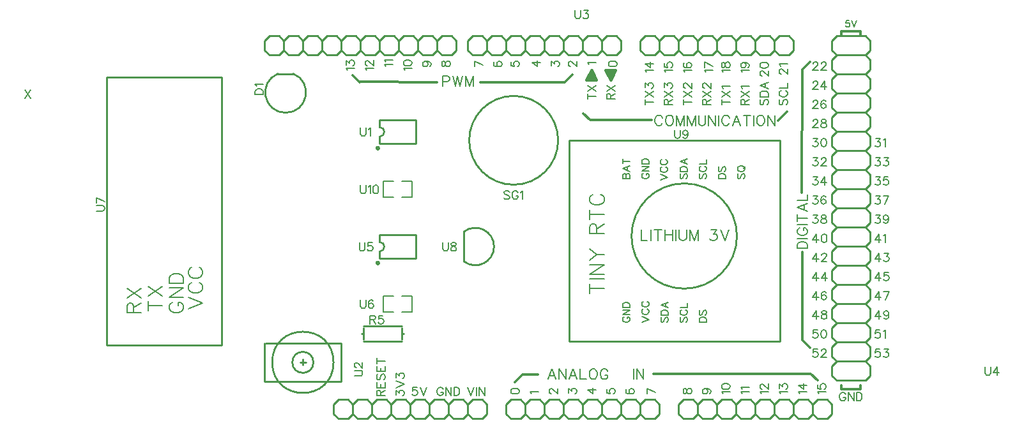
<source format=gto>
G04 Layer: TopSilkLayer*
G04 EasyEDA v6.3.22, 2020-01-24T18:32:25--3:00*
G04 4d49d37693604a838117592599bc2fa2,3fb4d9e5e1f4485794c53a7e2051cb48,10*
G04 Gerber Generator version 0.2*
G04 Scale: 100 percent, Rotated: No, Reflected: No *
G04 Dimensions in inches *
G04 leading zeros omitted , absolute positions ,2 integer and 4 decimal *
%FSLAX24Y24*%
%MOIN*%
G90*
G70D02*

%ADD10C,0.010000*%
%ADD25C,0.008000*%
%ADD26C,0.007870*%
%ADD27C,0.012000*%
%ADD28C,0.016000*%
%ADD29C,0.006000*%

%LPD*%
G54D10*
G01X16539Y19030D02*
G01X15760Y19030D01*
G01X21050Y15369D02*
G01X22950Y15369D01*
G01X22950Y16609D01*
G01X21050Y16609D01*
G01X21050Y16609D02*
G01X21050Y16240D01*
G01X21050Y15740D02*
G01X21050Y15369D01*
G01X21050Y9369D02*
G01X22950Y9369D01*
G01X22950Y10609D01*
G01X21050Y10609D01*
G01X21050Y10609D02*
G01X21050Y10240D01*
G01X21050Y9740D02*
G01X21050Y9369D01*
G54D26*
G01X21781Y7407D02*
G01X21261Y7407D01*
G01X21261Y6592D01*
G01X21781Y6592D01*
G01X22227Y7407D02*
G01X22747Y7407D01*
G01X22747Y6592D01*
G01X22227Y6592D01*
G01X21781Y13407D02*
G01X21261Y13407D01*
G01X21261Y12592D01*
G01X21781Y12592D01*
G01X22227Y13407D02*
G01X22747Y13407D01*
G01X22747Y12592D01*
G01X22227Y12592D01*
G54D10*
G01X25459Y9220D02*
G01X25459Y10779D01*
G01X41950Y15550D02*
G01X41950Y5050D01*
G01X30950Y15550D02*
G01X30950Y5050D01*
G01X30950Y15550D02*
G01X41950Y15550D01*
G01X30950Y5050D02*
G01X41950Y5050D01*
G01X19050Y2950D02*
G01X19050Y4950D01*
G01X19050Y4950D02*
G01X15100Y4950D01*
G01X15050Y4950D02*
G01X15050Y2950D01*
G01X15050Y2950D02*
G01X19050Y2950D01*
G01X17050Y4100D02*
G01X17050Y3800D01*
G01X17200Y3950D02*
G01X16900Y3950D01*
G01X20200Y5850D02*
G01X22200Y5850D01*
G01X22200Y5750D02*
G01X22200Y5450D01*
G01X22200Y5450D02*
G01X22200Y5150D01*
G01X22200Y5050D02*
G01X20200Y5050D01*
G01X20200Y5150D02*
G01X20200Y5450D01*
G01X20200Y5450D02*
G01X20200Y5750D01*
G01X22200Y5450D02*
G01X22300Y5450D01*
G01X20200Y5450D02*
G01X20100Y5450D01*
G01X6800Y4850D02*
G01X6800Y18850D01*
G01X12800Y18850D01*
G01X12800Y4850D01*
G01X6800Y4850D01*
G01X25650Y1250D02*
G01X25900Y1000D01*
G01X25900Y2000D02*
G01X25650Y1750D01*
G01X26650Y1250D02*
G01X26400Y1000D01*
G01X26650Y1750D02*
G01X26650Y1250D01*
G01X26400Y2000D02*
G01X26650Y1750D01*
G01X25900Y2000D02*
G01X26400Y2000D01*
G01X19400Y1000D02*
G01X18900Y1000D01*
G01X18650Y1250D02*
G01X18900Y1000D01*
G01X18900Y2000D02*
G01X18650Y1750D01*
G01X18650Y1750D02*
G01X18650Y1250D01*
G01X19900Y1000D02*
G01X19650Y1250D01*
G01X20400Y1000D02*
G01X19900Y1000D01*
G01X20650Y1250D02*
G01X20400Y1000D01*
G01X20650Y1750D02*
G01X20650Y1250D01*
G01X20400Y2000D02*
G01X20650Y1750D01*
G01X19900Y2000D02*
G01X20400Y2000D01*
G01X19650Y1750D02*
G01X19900Y2000D01*
G01X19650Y1250D02*
G01X19400Y1000D01*
G01X19650Y1750D02*
G01X19650Y1250D01*
G01X19400Y2000D02*
G01X19650Y1750D01*
G01X18900Y2000D02*
G01X19400Y2000D01*
G01X22400Y1000D02*
G01X21900Y1000D01*
G01X21650Y1250D02*
G01X21900Y1000D01*
G01X21900Y2000D02*
G01X21650Y1750D01*
G01X20900Y1000D02*
G01X20650Y1250D01*
G01X21400Y1000D02*
G01X20900Y1000D01*
G01X21650Y1250D02*
G01X21400Y1000D01*
G01X21650Y1750D02*
G01X21650Y1250D01*
G01X21400Y2000D02*
G01X21650Y1750D01*
G01X20900Y2000D02*
G01X21400Y2000D01*
G01X20650Y1750D02*
G01X20900Y2000D01*
G01X22900Y1000D02*
G01X22650Y1250D01*
G01X23400Y1000D02*
G01X22900Y1000D01*
G01X23650Y1250D02*
G01X23400Y1000D01*
G01X23650Y1750D02*
G01X23650Y1250D01*
G01X23400Y2000D02*
G01X23650Y1750D01*
G01X22900Y2000D02*
G01X23400Y2000D01*
G01X22650Y1750D02*
G01X22900Y2000D01*
G01X22650Y1250D02*
G01X22400Y1000D01*
G01X22650Y1750D02*
G01X22650Y1250D01*
G01X22400Y2000D02*
G01X22650Y1750D01*
G01X21900Y2000D02*
G01X22400Y2000D01*
G01X25400Y1000D02*
G01X24900Y1000D01*
G01X24650Y1250D02*
G01X24900Y1000D01*
G01X24900Y2000D02*
G01X24650Y1750D01*
G01X23900Y1000D02*
G01X23650Y1250D01*
G01X24400Y1000D02*
G01X23900Y1000D01*
G01X24650Y1250D02*
G01X24400Y1000D01*
G01X24650Y1750D02*
G01X24650Y1250D01*
G01X24400Y2000D02*
G01X24650Y1750D01*
G01X23900Y2000D02*
G01X24400Y2000D01*
G01X23650Y1750D02*
G01X23900Y2000D01*
G01X25650Y1250D02*
G01X25400Y1000D01*
G01X25650Y1750D02*
G01X25650Y1250D01*
G01X25400Y2000D02*
G01X25650Y1750D01*
G01X24900Y2000D02*
G01X25400Y2000D01*
G01X24800Y20000D02*
G01X24300Y20000D01*
G01X24050Y20250D02*
G01X24300Y20000D01*
G01X24300Y21000D02*
G01X24050Y20750D01*
G01X25050Y20250D02*
G01X24800Y20000D01*
G01X25050Y20750D02*
G01X25050Y20250D01*
G01X24800Y21000D02*
G01X25050Y20750D01*
G01X24300Y21000D02*
G01X24800Y21000D01*
G01X15800Y20000D02*
G01X15300Y20000D01*
G01X15050Y20250D02*
G01X15300Y20000D01*
G01X15300Y21000D02*
G01X15050Y20750D01*
G01X15050Y20750D02*
G01X15050Y20250D01*
G01X16300Y20000D02*
G01X16050Y20250D01*
G01X16800Y20000D02*
G01X16300Y20000D01*
G01X17050Y20250D02*
G01X16800Y20000D01*
G01X17050Y20750D02*
G01X17050Y20250D01*
G01X16800Y21000D02*
G01X17050Y20750D01*
G01X16300Y21000D02*
G01X16800Y21000D01*
G01X16050Y20750D02*
G01X16300Y21000D01*
G01X16050Y20250D02*
G01X15800Y20000D01*
G01X16050Y20750D02*
G01X16050Y20250D01*
G01X15800Y21000D02*
G01X16050Y20750D01*
G01X15300Y21000D02*
G01X15800Y21000D01*
G01X18800Y20000D02*
G01X18300Y20000D01*
G01X18050Y20250D02*
G01X18300Y20000D01*
G01X18300Y21000D02*
G01X18050Y20750D01*
G01X17300Y20000D02*
G01X17050Y20250D01*
G01X17800Y20000D02*
G01X17300Y20000D01*
G01X18050Y20250D02*
G01X17800Y20000D01*
G01X18050Y20750D02*
G01X18050Y20250D01*
G01X17800Y21000D02*
G01X18050Y20750D01*
G01X17300Y21000D02*
G01X17800Y21000D01*
G01X17050Y20750D02*
G01X17300Y21000D01*
G01X19300Y20000D02*
G01X19050Y20250D01*
G01X19800Y20000D02*
G01X19300Y20000D01*
G01X20050Y20250D02*
G01X19800Y20000D01*
G01X20050Y20750D02*
G01X20050Y20250D01*
G01X19800Y21000D02*
G01X20050Y20750D01*
G01X19300Y21000D02*
G01X19800Y21000D01*
G01X19050Y20750D02*
G01X19300Y21000D01*
G01X19050Y20250D02*
G01X18800Y20000D01*
G01X19050Y20750D02*
G01X19050Y20250D01*
G01X18800Y21000D02*
G01X19050Y20750D01*
G01X18300Y21000D02*
G01X18800Y21000D01*
G01X21800Y20000D02*
G01X21300Y20000D01*
G01X21050Y20250D02*
G01X21300Y20000D01*
G01X21300Y21000D02*
G01X21050Y20750D01*
G01X20300Y20000D02*
G01X20050Y20250D01*
G01X20800Y20000D02*
G01X20300Y20000D01*
G01X21050Y20250D02*
G01X20800Y20000D01*
G01X21050Y20750D02*
G01X21050Y20250D01*
G01X20800Y21000D02*
G01X21050Y20750D01*
G01X20300Y21000D02*
G01X20800Y21000D01*
G01X20050Y20750D02*
G01X20300Y21000D01*
G01X22300Y20000D02*
G01X22050Y20250D01*
G01X22800Y20000D02*
G01X22300Y20000D01*
G01X23050Y20250D02*
G01X22800Y20000D01*
G01X23050Y20750D02*
G01X23050Y20250D01*
G01X22800Y21000D02*
G01X23050Y20750D01*
G01X22300Y21000D02*
G01X22800Y21000D01*
G01X22050Y20750D02*
G01X22300Y21000D01*
G01X22050Y20250D02*
G01X21800Y20000D01*
G01X22050Y20750D02*
G01X22050Y20250D01*
G01X21800Y21000D02*
G01X22050Y20750D01*
G01X21300Y21000D02*
G01X21800Y21000D01*
G01X23300Y20000D02*
G01X23050Y20250D01*
G01X23800Y20000D02*
G01X23300Y20000D01*
G01X24050Y20250D02*
G01X23800Y20000D01*
G01X24050Y20750D02*
G01X24050Y20250D01*
G01X23800Y21000D02*
G01X24050Y20750D01*
G01X23300Y21000D02*
G01X23800Y21000D01*
G01X23050Y20750D02*
G01X23300Y21000D01*
G01X44400Y1000D02*
G01X43900Y1000D01*
G01X43650Y1250D02*
G01X43900Y1000D01*
G01X43900Y2000D02*
G01X43650Y1750D01*
G01X44650Y1250D02*
G01X44400Y1000D01*
G01X44650Y1750D02*
G01X44650Y1250D01*
G01X44400Y2000D02*
G01X44650Y1750D01*
G01X43900Y2000D02*
G01X44400Y2000D01*
G01X37400Y1000D02*
G01X36900Y1000D01*
G01X36650Y1250D02*
G01X36900Y1000D01*
G01X36900Y2000D02*
G01X36650Y1750D01*
G01X36650Y1750D02*
G01X36650Y1250D01*
G01X37900Y1000D02*
G01X37650Y1250D01*
G01X38400Y1000D02*
G01X37900Y1000D01*
G01X38650Y1250D02*
G01X38400Y1000D01*
G01X38650Y1750D02*
G01X38650Y1250D01*
G01X38400Y2000D02*
G01X38650Y1750D01*
G01X37900Y2000D02*
G01X38400Y2000D01*
G01X37650Y1750D02*
G01X37900Y2000D01*
G01X37650Y1250D02*
G01X37400Y1000D01*
G01X37650Y1750D02*
G01X37650Y1250D01*
G01X37400Y2000D02*
G01X37650Y1750D01*
G01X36900Y2000D02*
G01X37400Y2000D01*
G01X40400Y1000D02*
G01X39900Y1000D01*
G01X39650Y1250D02*
G01X39900Y1000D01*
G01X39900Y2000D02*
G01X39650Y1750D01*
G01X38900Y1000D02*
G01X38650Y1250D01*
G01X39400Y1000D02*
G01X38900Y1000D01*
G01X39650Y1250D02*
G01X39400Y1000D01*
G01X39650Y1750D02*
G01X39650Y1250D01*
G01X39400Y2000D02*
G01X39650Y1750D01*
G01X38900Y2000D02*
G01X39400Y2000D01*
G01X38650Y1750D02*
G01X38900Y2000D01*
G01X40900Y1000D02*
G01X40650Y1250D01*
G01X41400Y1000D02*
G01X40900Y1000D01*
G01X41650Y1250D02*
G01X41400Y1000D01*
G01X41650Y1750D02*
G01X41650Y1250D01*
G01X41400Y2000D02*
G01X41650Y1750D01*
G01X40900Y2000D02*
G01X41400Y2000D01*
G01X40650Y1750D02*
G01X40900Y2000D01*
G01X40650Y1250D02*
G01X40400Y1000D01*
G01X40650Y1750D02*
G01X40650Y1250D01*
G01X40400Y2000D02*
G01X40650Y1750D01*
G01X39900Y2000D02*
G01X40400Y2000D01*
G01X43400Y1000D02*
G01X42900Y1000D01*
G01X42650Y1250D02*
G01X42900Y1000D01*
G01X42900Y2000D02*
G01X42650Y1750D01*
G01X41900Y1000D02*
G01X41650Y1250D01*
G01X42400Y1000D02*
G01X41900Y1000D01*
G01X42650Y1250D02*
G01X42400Y1000D01*
G01X42650Y1750D02*
G01X42650Y1250D01*
G01X42400Y2000D02*
G01X42650Y1750D01*
G01X41900Y2000D02*
G01X42400Y2000D01*
G01X41650Y1750D02*
G01X41900Y2000D01*
G01X43650Y1250D02*
G01X43400Y1000D01*
G01X43650Y1750D02*
G01X43650Y1250D01*
G01X43400Y2000D02*
G01X43650Y1750D01*
G01X42900Y2000D02*
G01X43400Y2000D01*
G01X35400Y1000D02*
G01X34900Y1000D01*
G01X34650Y1250D02*
G01X34900Y1000D01*
G01X34900Y2000D02*
G01X34650Y1750D01*
G01X35650Y1250D02*
G01X35400Y1000D01*
G01X35650Y1750D02*
G01X35650Y1250D01*
G01X35400Y2000D02*
G01X35650Y1750D01*
G01X34900Y2000D02*
G01X35400Y2000D01*
G01X28400Y1000D02*
G01X27900Y1000D01*
G01X27650Y1250D02*
G01X27900Y1000D01*
G01X27900Y2000D02*
G01X27650Y1750D01*
G01X27650Y1750D02*
G01X27650Y1250D01*
G01X28900Y1000D02*
G01X28650Y1250D01*
G01X29400Y1000D02*
G01X28900Y1000D01*
G01X29650Y1250D02*
G01X29400Y1000D01*
G01X29650Y1750D02*
G01X29650Y1250D01*
G01X29400Y2000D02*
G01X29650Y1750D01*
G01X28900Y2000D02*
G01X29400Y2000D01*
G01X28650Y1750D02*
G01X28900Y2000D01*
G01X28650Y1250D02*
G01X28400Y1000D01*
G01X28650Y1750D02*
G01X28650Y1250D01*
G01X28400Y2000D02*
G01X28650Y1750D01*
G01X27900Y2000D02*
G01X28400Y2000D01*
G01X31400Y1000D02*
G01X30900Y1000D01*
G01X30650Y1250D02*
G01X30900Y1000D01*
G01X30900Y2000D02*
G01X30650Y1750D01*
G01X29900Y1000D02*
G01X29650Y1250D01*
G01X30400Y1000D02*
G01X29900Y1000D01*
G01X30650Y1250D02*
G01X30400Y1000D01*
G01X30650Y1750D02*
G01X30650Y1250D01*
G01X30400Y2000D02*
G01X30650Y1750D01*
G01X29900Y2000D02*
G01X30400Y2000D01*
G01X29650Y1750D02*
G01X29900Y2000D01*
G01X31900Y1000D02*
G01X31650Y1250D01*
G01X32400Y1000D02*
G01X31900Y1000D01*
G01X32650Y1250D02*
G01X32400Y1000D01*
G01X32650Y1750D02*
G01X32650Y1250D01*
G01X32400Y2000D02*
G01X32650Y1750D01*
G01X31900Y2000D02*
G01X32400Y2000D01*
G01X31650Y1750D02*
G01X31900Y2000D01*
G01X31650Y1250D02*
G01X31400Y1000D01*
G01X31650Y1750D02*
G01X31650Y1250D01*
G01X31400Y2000D02*
G01X31650Y1750D01*
G01X30900Y2000D02*
G01X31400Y2000D01*
G01X34400Y1000D02*
G01X33900Y1000D01*
G01X33650Y1250D02*
G01X33900Y1000D01*
G01X33900Y2000D02*
G01X33650Y1750D01*
G01X32900Y1000D02*
G01X32650Y1250D01*
G01X33400Y1000D02*
G01X32900Y1000D01*
G01X33650Y1250D02*
G01X33400Y1000D01*
G01X33650Y1750D02*
G01X33650Y1250D01*
G01X33400Y2000D02*
G01X33650Y1750D01*
G01X32900Y2000D02*
G01X33400Y2000D01*
G01X32650Y1750D02*
G01X32900Y2000D01*
G01X34650Y1250D02*
G01X34400Y1000D01*
G01X34650Y1750D02*
G01X34650Y1250D01*
G01X34400Y2000D02*
G01X34650Y1750D01*
G01X33900Y2000D02*
G01X34400Y2000D01*
G01X46400Y3000D02*
G01X44900Y3000D01*
G01X46400Y4000D02*
G01X44900Y4000D01*
G01X46400Y5000D02*
G01X44900Y5000D01*
G01X46400Y6000D02*
G01X44900Y6000D01*
G01X46400Y7000D02*
G01X44900Y7000D01*
G01X46400Y8000D02*
G01X44900Y8000D01*
G01X46400Y9000D02*
G01X44900Y9000D01*
G01X46400Y10000D02*
G01X44900Y10000D01*
G01X46400Y11000D02*
G01X44900Y11000D01*
G01X46400Y12000D02*
G01X44900Y12000D01*
G01X46400Y13000D02*
G01X44900Y13000D01*
G01X46400Y14000D02*
G01X44900Y14000D01*
G01X46400Y15000D02*
G01X44900Y15000D01*
G01X46400Y16000D02*
G01X44900Y16000D01*
G01X46400Y17000D02*
G01X44900Y17000D01*
G01X46400Y18000D02*
G01X44900Y18000D01*
G01X46400Y19000D02*
G01X44900Y19000D01*
G01X46400Y20000D02*
G01X44900Y20000D01*
G01X44900Y15000D02*
G01X44650Y14750D01*
G01X44650Y14250D02*
G01X44650Y14750D01*
G01X44900Y14000D02*
G01X44650Y14250D01*
G01X44900Y14000D02*
G01X44650Y13750D01*
G01X44650Y13250D02*
G01X44650Y13750D01*
G01X44900Y13000D02*
G01X44650Y13250D01*
G01X44900Y13000D02*
G01X44650Y12750D01*
G01X44650Y12250D02*
G01X44650Y12750D01*
G01X44900Y12000D02*
G01X44650Y12250D01*
G01X44900Y12000D02*
G01X44650Y11750D01*
G01X44650Y11250D02*
G01X44650Y11750D01*
G01X44900Y11000D02*
G01X44650Y11250D01*
G01X44900Y11000D02*
G01X44650Y10750D01*
G01X44650Y10250D02*
G01X44650Y10750D01*
G01X44900Y10000D02*
G01X44650Y10250D01*
G01X44900Y10000D02*
G01X44650Y9750D01*
G01X44650Y9250D02*
G01X44650Y9750D01*
G01X44900Y9000D02*
G01X44650Y9250D01*
G01X44900Y9000D02*
G01X44650Y8750D01*
G01X44650Y8250D02*
G01X44650Y8750D01*
G01X44900Y8000D02*
G01X44650Y8250D01*
G01X44900Y8000D02*
G01X44650Y7750D01*
G01X44650Y7250D02*
G01X44650Y7750D01*
G01X44900Y7000D02*
G01X44650Y7250D01*
G01X44650Y6750D02*
G01X44900Y7000D01*
G01X44650Y6750D02*
G01X44650Y6250D01*
G01X44900Y6000D02*
G01X44650Y6250D01*
G01X44650Y5750D02*
G01X44900Y6000D01*
G01X44650Y5750D02*
G01X44650Y5250D01*
G01X44900Y5000D02*
G01X44650Y5250D01*
G01X44900Y5000D02*
G01X44650Y4750D01*
G01X44650Y4250D02*
G01X44650Y4750D01*
G01X44900Y4000D02*
G01X44650Y4250D01*
G01X44900Y4000D02*
G01X44650Y3750D01*
G01X44650Y3250D02*
G01X44650Y3750D01*
G01X44900Y3000D02*
G01X44650Y3250D01*
G01X46650Y3250D02*
G01X46400Y3000D01*
G01X46650Y3250D02*
G01X46650Y3750D01*
G01X46400Y4000D02*
G01X46650Y3750D01*
G01X46650Y4250D02*
G01X46400Y4000D01*
G01X46650Y4250D02*
G01X46650Y4750D01*
G01X46400Y5000D02*
G01X46650Y4750D01*
G01X46650Y5250D02*
G01X46400Y5000D01*
G01X46650Y5250D02*
G01X46650Y5750D01*
G01X46400Y6000D02*
G01X46650Y5750D01*
G01X46650Y6250D02*
G01X46400Y6000D01*
G01X46650Y6250D02*
G01X46650Y6750D01*
G01X46400Y7000D02*
G01X46650Y6750D01*
G01X46650Y7250D02*
G01X46400Y7000D01*
G01X46650Y7250D02*
G01X46650Y7750D01*
G01X46400Y8000D02*
G01X46650Y7750D01*
G01X46650Y8250D02*
G01X46400Y8000D01*
G01X46650Y8250D02*
G01X46650Y8750D01*
G01X46400Y9000D02*
G01X46650Y8750D01*
G01X46400Y9000D02*
G01X46650Y9250D01*
G01X46650Y9750D02*
G01X46650Y9250D01*
G01X46400Y10000D02*
G01X46650Y9750D01*
G01X46650Y10250D02*
G01X46400Y10000D01*
G01X46650Y10750D02*
G01X46650Y10250D01*
G01X46400Y11000D02*
G01X46650Y10750D01*
G01X46650Y11250D02*
G01X46400Y11000D01*
G01X46650Y11750D02*
G01X46650Y11250D01*
G01X46400Y12000D02*
G01X46650Y11750D01*
G01X46650Y12250D02*
G01X46400Y12000D01*
G01X46650Y12750D02*
G01X46650Y12250D01*
G01X46400Y13000D02*
G01X46650Y12750D01*
G01X46650Y13250D02*
G01X46400Y13000D01*
G01X46650Y13750D02*
G01X46650Y13250D01*
G01X46400Y14000D02*
G01X46650Y13750D01*
G01X46650Y14250D02*
G01X46400Y14000D01*
G01X46650Y14750D02*
G01X46650Y14250D01*
G01X46400Y15000D02*
G01X46650Y14750D01*
G01X46650Y15250D02*
G01X46400Y15000D01*
G01X46650Y15750D02*
G01X46650Y15250D01*
G01X46400Y16000D02*
G01X46650Y15750D01*
G01X46650Y16250D02*
G01X46400Y16000D01*
G01X46650Y16750D02*
G01X46650Y16250D01*
G01X46400Y17000D02*
G01X46650Y16750D01*
G01X46650Y17250D02*
G01X46400Y17000D01*
G01X46650Y17750D02*
G01X46650Y17250D01*
G01X46400Y18000D02*
G01X46650Y17750D01*
G01X46650Y18250D02*
G01X46400Y18000D01*
G01X46650Y18750D02*
G01X46650Y18250D01*
G01X46400Y19000D02*
G01X46650Y18750D01*
G01X46650Y19250D02*
G01X46400Y19000D01*
G01X46650Y19750D02*
G01X46650Y19250D01*
G01X46400Y20000D02*
G01X46650Y19750D01*
G01X46650Y20250D02*
G01X46400Y20000D01*
G01X46650Y20750D02*
G01X46650Y20250D01*
G01X46400Y21000D02*
G01X46650Y20750D01*
G01X44900Y21000D02*
G01X46400Y21000D01*
G01X44650Y15250D02*
G01X44900Y15000D01*
G01X44650Y15750D02*
G01X44650Y15250D01*
G01X44900Y16000D02*
G01X44650Y15750D01*
G01X44650Y16250D02*
G01X44900Y16000D01*
G01X44650Y16750D02*
G01X44650Y16250D01*
G01X44900Y17000D02*
G01X44650Y16750D01*
G01X44650Y17250D02*
G01X44900Y17000D01*
G01X44650Y17750D02*
G01X44650Y17250D01*
G01X44900Y18000D02*
G01X44650Y17750D01*
G01X44650Y18250D02*
G01X44900Y18000D01*
G01X44650Y18750D02*
G01X44650Y18250D01*
G01X44900Y19000D02*
G01X44650Y18750D01*
G01X44650Y19250D02*
G01X44900Y19000D01*
G01X44650Y19750D02*
G01X44650Y19250D01*
G01X44900Y20000D02*
G01X44650Y19750D01*
G01X44650Y20250D02*
G01X44900Y20000D01*
G01X44650Y20750D02*
G01X44650Y20250D01*
G01X44900Y21000D02*
G01X44650Y20750D01*
G01X34900Y21000D02*
G01X35400Y21000D01*
G01X35650Y20750D02*
G01X35400Y21000D01*
G01X35400Y20000D02*
G01X35650Y20250D01*
G01X34650Y20750D02*
G01X34900Y21000D01*
G01X34650Y20250D02*
G01X34650Y20750D01*
G01X34900Y20000D02*
G01X34650Y20250D01*
G01X35400Y20000D02*
G01X34900Y20000D01*
G01X41900Y21000D02*
G01X42400Y21000D01*
G01X42650Y20750D02*
G01X42400Y21000D01*
G01X42400Y20000D02*
G01X42650Y20250D01*
G01X42650Y20250D02*
G01X42650Y20750D01*
G01X41400Y21000D02*
G01X41650Y20750D01*
G01X40900Y21000D02*
G01X41400Y21000D01*
G01X40650Y20750D02*
G01X40900Y21000D01*
G01X40650Y20250D02*
G01X40650Y20750D01*
G01X40900Y20000D02*
G01X40650Y20250D01*
G01X41400Y20000D02*
G01X40900Y20000D01*
G01X41650Y20250D02*
G01X41400Y20000D01*
G01X41650Y20750D02*
G01X41900Y21000D01*
G01X41650Y20250D02*
G01X41650Y20750D01*
G01X41900Y20000D02*
G01X41650Y20250D01*
G01X42400Y20000D02*
G01X41900Y20000D01*
G01X38900Y21000D02*
G01X39400Y21000D01*
G01X39650Y20750D02*
G01X39400Y21000D01*
G01X39400Y20000D02*
G01X39650Y20250D01*
G01X40400Y21000D02*
G01X40650Y20750D01*
G01X39900Y21000D02*
G01X40400Y21000D01*
G01X39650Y20750D02*
G01X39900Y21000D01*
G01X39650Y20250D02*
G01X39650Y20750D01*
G01X39900Y20000D02*
G01X39650Y20250D01*
G01X40400Y20000D02*
G01X39900Y20000D01*
G01X40650Y20250D02*
G01X40400Y20000D01*
G01X38400Y21000D02*
G01X38650Y20750D01*
G01X37900Y21000D02*
G01X38400Y21000D01*
G01X37650Y20750D02*
G01X37900Y21000D01*
G01X37650Y20250D02*
G01X37650Y20750D01*
G01X37900Y20000D02*
G01X37650Y20250D01*
G01X38400Y20000D02*
G01X37900Y20000D01*
G01X38650Y20250D02*
G01X38400Y20000D01*
G01X38650Y20750D02*
G01X38900Y21000D01*
G01X38650Y20250D02*
G01X38650Y20750D01*
G01X38900Y20000D02*
G01X38650Y20250D01*
G01X39400Y20000D02*
G01X38900Y20000D01*
G01X35900Y21000D02*
G01X36400Y21000D01*
G01X36650Y20750D02*
G01X36400Y21000D01*
G01X36400Y20000D02*
G01X36650Y20250D01*
G01X37400Y21000D02*
G01X37650Y20750D01*
G01X36900Y21000D02*
G01X37400Y21000D01*
G01X36650Y20750D02*
G01X36900Y21000D01*
G01X36650Y20250D02*
G01X36650Y20750D01*
G01X36900Y20000D02*
G01X36650Y20250D01*
G01X37400Y20000D02*
G01X36900Y20000D01*
G01X37650Y20250D02*
G01X37400Y20000D01*
G01X35650Y20750D02*
G01X35900Y21000D01*
G01X35650Y20250D02*
G01X35650Y20750D01*
G01X35900Y20000D02*
G01X35650Y20250D01*
G01X36400Y20000D02*
G01X35900Y20000D01*
G01X25900Y21000D02*
G01X26400Y21000D01*
G01X26650Y20750D02*
G01X26400Y21000D01*
G01X26400Y20000D02*
G01X26650Y20250D01*
G01X25650Y20750D02*
G01X25900Y21000D01*
G01X25650Y20250D02*
G01X25650Y20750D01*
G01X25900Y20000D02*
G01X25650Y20250D01*
G01X26400Y20000D02*
G01X25900Y20000D01*
G01X32900Y21000D02*
G01X33400Y21000D01*
G01X33650Y20750D02*
G01X33400Y21000D01*
G01X33400Y20000D02*
G01X33650Y20250D01*
G01X33650Y20250D02*
G01X33650Y20750D01*
G01X32400Y21000D02*
G01X32650Y20750D01*
G01X31900Y21000D02*
G01X32400Y21000D01*
G01X31650Y20750D02*
G01X31900Y21000D01*
G01X31650Y20250D02*
G01X31650Y20750D01*
G01X31900Y20000D02*
G01X31650Y20250D01*
G01X32400Y20000D02*
G01X31900Y20000D01*
G01X32650Y20250D02*
G01X32400Y20000D01*
G01X32650Y20750D02*
G01X32900Y21000D01*
G01X32650Y20250D02*
G01X32650Y20750D01*
G01X32900Y20000D02*
G01X32650Y20250D01*
G01X33400Y20000D02*
G01X32900Y20000D01*
G01X29900Y21000D02*
G01X30400Y21000D01*
G01X30650Y20750D02*
G01X30400Y21000D01*
G01X30400Y20000D02*
G01X30650Y20250D01*
G01X31400Y21000D02*
G01X31650Y20750D01*
G01X30900Y21000D02*
G01X31400Y21000D01*
G01X30650Y20750D02*
G01X30900Y21000D01*
G01X30650Y20250D02*
G01X30650Y20750D01*
G01X30900Y20000D02*
G01X30650Y20250D01*
G01X31400Y20000D02*
G01X30900Y20000D01*
G01X31650Y20250D02*
G01X31400Y20000D01*
G01X29400Y21000D02*
G01X29650Y20750D01*
G01X28900Y21000D02*
G01X29400Y21000D01*
G01X28650Y20750D02*
G01X28900Y21000D01*
G01X28650Y20250D02*
G01X28650Y20750D01*
G01X28900Y20000D02*
G01X28650Y20250D01*
G01X29400Y20000D02*
G01X28900Y20000D01*
G01X29650Y20250D02*
G01X29400Y20000D01*
G01X29650Y20750D02*
G01X29900Y21000D01*
G01X29650Y20250D02*
G01X29650Y20750D01*
G01X29900Y20000D02*
G01X29650Y20250D01*
G01X30400Y20000D02*
G01X29900Y20000D01*
G01X26900Y21000D02*
G01X27400Y21000D01*
G01X27650Y20750D02*
G01X27400Y21000D01*
G01X27400Y20000D02*
G01X27650Y20250D01*
G01X28400Y21000D02*
G01X28650Y20750D01*
G01X27900Y21000D02*
G01X28400Y21000D01*
G01X27650Y20750D02*
G01X27900Y21000D01*
G01X27650Y20250D02*
G01X27650Y20750D01*
G01X27900Y20000D02*
G01X27650Y20250D01*
G01X28400Y20000D02*
G01X27900Y20000D01*
G01X28650Y20250D02*
G01X28400Y20000D01*
G01X26650Y20750D02*
G01X26900Y21000D01*
G01X26650Y20250D02*
G01X26650Y20750D01*
G01X26900Y20000D02*
G01X26650Y20250D01*
G01X27400Y20000D02*
G01X26900Y20000D01*
G54D27*
G01X32041Y16603D02*
G01X35241Y16602D01*
G01X32044Y16603D02*
G01X31694Y16953D01*
G01X20050Y18598D02*
G01X24044Y18592D01*
G54D28*
G01X31850Y18700D02*
G01X32100Y19200D01*
G54D27*
G01X43100Y19250D02*
G01X43500Y19650D01*
G01X43096Y12823D02*
G01X43100Y19250D01*
G01X43100Y5100D02*
G01X43500Y4700D01*
G01X43100Y9700D02*
G01X43100Y5100D01*
G01X28499Y3323D02*
G01X28099Y2923D01*
G01X29299Y3323D02*
G01X28499Y3323D01*
G01X43557Y3362D02*
G01X43907Y3012D01*
G01X35331Y3362D02*
G01X43550Y3363D01*
G01X41856Y16585D02*
G01X42306Y17035D01*
G01X20000Y18596D02*
G01X19650Y18946D01*
G01X30700Y18596D02*
G01X31100Y18996D01*
G01X26300Y18596D02*
G01X30700Y18596D01*
G01X46150Y21250D02*
G01X46150Y21000D01*
G01X45150Y21250D02*
G01X46150Y21250D01*
G01X45150Y21000D02*
G01X45150Y21250D01*
G01X46150Y2550D02*
G01X46150Y2750D01*
G01X45150Y2550D02*
G01X46150Y2550D01*
G01X45150Y2750D02*
G01X45150Y2550D01*
G54D28*
G01X32100Y19200D02*
G01X32350Y18700D01*
G01X32100Y18700D02*
G01X31850Y18700D01*
G01X31850Y18700D02*
G01X32100Y18950D01*
G01X32100Y18950D02*
G01X32100Y18700D01*
G01X32100Y18700D02*
G01X32350Y18700D01*
G01X32350Y18700D02*
G01X32100Y18950D01*
G01X32850Y19200D02*
G01X33100Y19200D01*
G01X33350Y19200D02*
G01X33100Y18700D01*
G01X33100Y18700D02*
G01X32850Y19200D01*
G01X32850Y19200D02*
G01X33100Y18950D01*
G01X33100Y18950D02*
G01X33350Y19200D01*
G01X33350Y19200D02*
G01X33100Y19200D01*
G01X33100Y19200D02*
G01X33100Y18950D01*
G54D10*
G01X26400Y1000D02*
G01X25900Y1000D01*
G54D29*
G01X14560Y17950D02*
G01X14989Y17950D01*
G01X14560Y17950D02*
G01X14560Y18092D01*
G01X14581Y18155D01*
G01X14622Y18194D01*
G01X14663Y18215D01*
G01X14723Y18236D01*
G01X14826Y18236D01*
G01X14888Y18215D01*
G01X14928Y18194D01*
G01X14969Y18155D01*
G01X14989Y18092D01*
G01X14989Y17950D01*
G01X14642Y18371D02*
G01X14622Y18411D01*
G01X14560Y18473D01*
G01X14989Y18473D01*
G01X20050Y16200D02*
G01X20050Y15894D01*
G01X20069Y15832D01*
G01X20110Y15790D01*
G01X20172Y15771D01*
G01X20214Y15771D01*
G01X20275Y15790D01*
G01X20315Y15832D01*
G01X20335Y15894D01*
G01X20335Y16200D01*
G01X20471Y16119D02*
G01X20511Y16138D01*
G01X20573Y16200D01*
G01X20573Y15771D01*
G01X20000Y10200D02*
G01X20000Y9894D01*
G01X20019Y9832D01*
G01X20060Y9790D01*
G01X20122Y9771D01*
G01X20164Y9771D01*
G01X20225Y9790D01*
G01X20265Y9832D01*
G01X20285Y9894D01*
G01X20285Y10200D01*
G01X20667Y10200D02*
G01X20461Y10200D01*
G01X20442Y10015D01*
G01X20461Y10036D01*
G01X20523Y10057D01*
G01X20585Y10057D01*
G01X20646Y10036D01*
G01X20686Y9996D01*
G01X20707Y9934D01*
G01X20707Y9894D01*
G01X20686Y9832D01*
G01X20646Y9790D01*
G01X20585Y9771D01*
G01X20523Y9771D01*
G01X20461Y9790D01*
G01X20442Y9811D01*
G01X20421Y9853D01*
G01X20050Y7200D02*
G01X20050Y6892D01*
G01X20069Y6832D01*
G01X20110Y6790D01*
G01X20172Y6769D01*
G01X20214Y6769D01*
G01X20275Y6790D01*
G01X20315Y6832D01*
G01X20335Y6892D01*
G01X20335Y7200D01*
G01X20717Y7138D02*
G01X20696Y7180D01*
G01X20635Y7200D01*
G01X20593Y7200D01*
G01X20532Y7180D01*
G01X20492Y7117D01*
G01X20471Y7015D01*
G01X20471Y6913D01*
G01X20492Y6832D01*
G01X20532Y6790D01*
G01X20593Y6769D01*
G01X20614Y6769D01*
G01X20676Y6790D01*
G01X20717Y6832D01*
G01X20736Y6892D01*
G01X20736Y6913D01*
G01X20717Y6975D01*
G01X20676Y7015D01*
G01X20614Y7036D01*
G01X20593Y7036D01*
G01X20532Y7015D01*
G01X20492Y6975D01*
G01X20471Y6913D01*
G01X20050Y13199D02*
G01X20050Y12892D01*
G01X20069Y12831D01*
G01X20110Y12790D01*
G01X20172Y12769D01*
G01X20214Y12769D01*
G01X20275Y12790D01*
G01X20315Y12831D01*
G01X20335Y12892D01*
G01X20335Y13199D01*
G01X20471Y13117D02*
G01X20511Y13138D01*
G01X20573Y13199D01*
G01X20573Y12769D01*
G01X20831Y13199D02*
G01X20769Y13179D01*
G01X20728Y13117D01*
G01X20709Y13015D01*
G01X20709Y12954D01*
G01X20728Y12851D01*
G01X20769Y12790D01*
G01X20831Y12769D01*
G01X20872Y12769D01*
G01X20934Y12790D01*
G01X20975Y12851D01*
G01X20994Y12954D01*
G01X20994Y13015D01*
G01X20975Y13117D01*
G01X20934Y13179D01*
G01X20872Y13199D01*
G01X20831Y13199D01*
G01X24350Y10200D02*
G01X24350Y9894D01*
G01X24369Y9832D01*
G01X24410Y9790D01*
G01X24472Y9771D01*
G01X24514Y9771D01*
G01X24575Y9790D01*
G01X24615Y9832D01*
G01X24635Y9894D01*
G01X24635Y10200D01*
G01X24873Y10200D02*
G01X24811Y10180D01*
G01X24792Y10138D01*
G01X24792Y10098D01*
G01X24811Y10057D01*
G01X24852Y10036D01*
G01X24935Y10015D01*
G01X24996Y9996D01*
G01X25036Y9955D01*
G01X25057Y9913D01*
G01X25057Y9853D01*
G01X25036Y9811D01*
G01X25017Y9790D01*
G01X24955Y9771D01*
G01X24873Y9771D01*
G01X24811Y9790D01*
G01X24792Y9811D01*
G01X24771Y9853D01*
G01X24771Y9913D01*
G01X24792Y9955D01*
G01X24832Y9996D01*
G01X24893Y10015D01*
G01X24976Y10036D01*
G01X25017Y10057D01*
G01X25036Y10098D01*
G01X25036Y10138D01*
G01X25017Y10180D01*
G01X24955Y10200D01*
G01X24873Y10200D01*
G01X36450Y16078D02*
G01X36450Y15773D01*
G01X36469Y15711D01*
G01X36510Y15669D01*
G01X36572Y15650D01*
G01X36614Y15650D01*
G01X36675Y15669D01*
G01X36715Y15711D01*
G01X36735Y15773D01*
G01X36735Y16078D01*
G01X37136Y15936D02*
G01X37117Y15875D01*
G01X37076Y15834D01*
G01X37014Y15813D01*
G01X36993Y15813D01*
G01X36932Y15834D01*
G01X36892Y15875D01*
G01X36871Y15936D01*
G01X36871Y15957D01*
G01X36892Y16017D01*
G01X36932Y16059D01*
G01X36993Y16078D01*
G01X37014Y16078D01*
G01X37076Y16059D01*
G01X37117Y16017D01*
G01X37136Y15936D01*
G01X37136Y15834D01*
G01X37117Y15732D01*
G01X37076Y15669D01*
G01X37014Y15650D01*
G01X36973Y15650D01*
G01X36911Y15669D01*
G01X36892Y15711D01*
G54D25*
G01X32014Y7805D02*
G01X32777Y7805D01*
G01X32014Y7550D02*
G01X32014Y8059D01*
G01X32014Y8298D02*
G01X32777Y8298D01*
G01X32014Y8538D02*
G01X32777Y8538D01*
G01X32014Y8538D02*
G01X32777Y9048D01*
G01X32014Y9048D02*
G01X32777Y9048D01*
G01X32014Y9288D02*
G01X32377Y9578D01*
G01X32777Y9578D01*
G01X32014Y9869D02*
G01X32377Y9578D01*
G01X32014Y10669D02*
G01X32777Y10669D01*
G01X32014Y10669D02*
G01X32014Y10996D01*
G01X32050Y11105D01*
G01X32085Y11142D01*
G01X32159Y11178D01*
G01X32231Y11178D01*
G01X32305Y11142D01*
G01X32340Y11105D01*
G01X32377Y10996D01*
G01X32377Y10669D01*
G01X32377Y10925D02*
G01X32777Y11178D01*
G01X32014Y11673D02*
G01X32777Y11673D01*
G01X32014Y11419D02*
G01X32014Y11928D01*
G01X32194Y12713D02*
G01X32122Y12676D01*
G01X32050Y12605D01*
G01X32014Y12532D01*
G01X32014Y12386D01*
G01X32050Y12313D01*
G01X32122Y12240D01*
G01X32194Y12205D01*
G01X32305Y12167D01*
G01X32485Y12167D01*
G01X32594Y12205D01*
G01X32668Y12240D01*
G01X32740Y12313D01*
G01X32777Y12386D01*
G01X32777Y12532D01*
G01X32740Y12605D01*
G01X32668Y12676D01*
G01X32594Y12713D01*
G01X33731Y13550D02*
G01X34114Y13550D01*
G01X33731Y13550D02*
G01X33731Y13713D01*
G01X33750Y13767D01*
G01X33768Y13786D01*
G01X33805Y13805D01*
G01X33840Y13805D01*
G01X33877Y13786D01*
G01X33894Y13767D01*
G01X33914Y13713D01*
G01X33914Y13550D02*
G01X33914Y13713D01*
G01X33931Y13767D01*
G01X33950Y13786D01*
G01X33985Y13805D01*
G01X34040Y13805D01*
G01X34077Y13786D01*
G01X34094Y13767D01*
G01X34114Y13713D01*
G01X34114Y13550D01*
G01X33731Y14069D02*
G01X34114Y13925D01*
G01X33731Y14069D02*
G01X34114Y14215D01*
G01X33985Y13978D02*
G01X33985Y14161D01*
G01X33731Y14463D02*
G01X34114Y14463D01*
G01X33731Y14334D02*
G01X33731Y14590D01*
G01X36785Y13805D02*
G01X36750Y13767D01*
G01X36731Y13713D01*
G01X36731Y13640D01*
G01X36750Y13586D01*
G01X36785Y13550D01*
G01X36822Y13550D01*
G01X36859Y13567D01*
G01X36877Y13586D01*
G01X36894Y13623D01*
G01X36931Y13732D01*
G01X36950Y13767D01*
G01X36968Y13786D01*
G01X37005Y13805D01*
G01X37059Y13805D01*
G01X37094Y13767D01*
G01X37114Y13713D01*
G01X37114Y13640D01*
G01X37094Y13586D01*
G01X37059Y13550D01*
G01X36731Y13925D02*
G01X37114Y13925D01*
G01X36731Y13925D02*
G01X36731Y14051D01*
G01X36750Y14105D01*
G01X36785Y14142D01*
G01X36822Y14161D01*
G01X36877Y14178D01*
G01X36968Y14178D01*
G01X37022Y14161D01*
G01X37059Y14142D01*
G01X37094Y14105D01*
G01X37114Y14051D01*
G01X37114Y13925D01*
G01X36731Y14444D02*
G01X37114Y14298D01*
G01X36731Y14444D02*
G01X37114Y14590D01*
G01X36985Y14353D02*
G01X36985Y14534D01*
G01X37785Y13805D02*
G01X37750Y13767D01*
G01X37731Y13713D01*
G01X37731Y13640D01*
G01X37750Y13586D01*
G01X37785Y13550D01*
G01X37822Y13550D01*
G01X37859Y13567D01*
G01X37877Y13586D01*
G01X37894Y13623D01*
G01X37931Y13732D01*
G01X37950Y13767D01*
G01X37968Y13786D01*
G01X38005Y13805D01*
G01X38059Y13805D01*
G01X38094Y13767D01*
G01X38114Y13713D01*
G01X38114Y13640D01*
G01X38094Y13586D01*
G01X38059Y13550D01*
G01X37822Y14196D02*
G01X37785Y14178D01*
G01X37750Y14142D01*
G01X37731Y14105D01*
G01X37731Y14034D01*
G01X37750Y13996D01*
G01X37785Y13961D01*
G01X37822Y13942D01*
G01X37877Y13925D01*
G01X37968Y13925D01*
G01X38022Y13942D01*
G01X38059Y13961D01*
G01X38094Y13996D01*
G01X38114Y14034D01*
G01X38114Y14105D01*
G01X38094Y14142D01*
G01X38059Y14178D01*
G01X38022Y14196D01*
G01X37731Y14317D02*
G01X38114Y14317D01*
G01X38114Y14317D02*
G01X38114Y14534D01*
G01X39785Y13805D02*
G01X39750Y13767D01*
G01X39731Y13713D01*
G01X39731Y13640D01*
G01X39750Y13586D01*
G01X39785Y13550D01*
G01X39822Y13550D01*
G01X39859Y13567D01*
G01X39877Y13586D01*
G01X39894Y13623D01*
G01X39931Y13732D01*
G01X39950Y13767D01*
G01X39968Y13786D01*
G01X40005Y13805D01*
G01X40059Y13805D01*
G01X40094Y13767D01*
G01X40114Y13713D01*
G01X40114Y13640D01*
G01X40094Y13586D01*
G01X40059Y13550D01*
G01X39731Y14034D02*
G01X39750Y13996D01*
G01X39785Y13961D01*
G01X39822Y13942D01*
G01X39877Y13925D01*
G01X39968Y13925D01*
G01X40022Y13942D01*
G01X40059Y13961D01*
G01X40094Y13996D01*
G01X40114Y14034D01*
G01X40114Y14105D01*
G01X40094Y14142D01*
G01X40059Y14178D01*
G01X40022Y14196D01*
G01X39968Y14215D01*
G01X39877Y14215D01*
G01X39822Y14196D01*
G01X39785Y14178D01*
G01X39750Y14142D01*
G01X39731Y14105D01*
G01X39731Y14034D01*
G01X40040Y14088D02*
G01X40150Y14196D01*
G01X33822Y6323D02*
G01X33785Y6305D01*
G01X33750Y6267D01*
G01X33731Y6232D01*
G01X33731Y6159D01*
G01X33750Y6123D01*
G01X33785Y6086D01*
G01X33822Y6067D01*
G01X33877Y6050D01*
G01X33968Y6050D01*
G01X34022Y6067D01*
G01X34059Y6086D01*
G01X34094Y6123D01*
G01X34114Y6159D01*
G01X34114Y6232D01*
G01X34094Y6267D01*
G01X34059Y6305D01*
G01X34022Y6323D01*
G01X33968Y6323D01*
G01X33968Y6232D02*
G01X33968Y6323D01*
G01X33731Y6442D02*
G01X34114Y6442D01*
G01X33731Y6442D02*
G01X34114Y6696D01*
G01X33731Y6696D02*
G01X34114Y6696D01*
G01X33731Y6817D02*
G01X34114Y6817D01*
G01X33731Y6817D02*
G01X33731Y6944D01*
G01X33750Y6998D01*
G01X33785Y7034D01*
G01X33822Y7053D01*
G01X33877Y7071D01*
G01X33968Y7071D01*
G01X34022Y7053D01*
G01X34059Y7034D01*
G01X34094Y6998D01*
G01X34114Y6944D01*
G01X34114Y6817D01*
G01X34731Y6050D02*
G01X35114Y6194D01*
G01X34731Y6340D02*
G01X35114Y6194D01*
G01X34822Y6734D02*
G01X34785Y6715D01*
G01X34750Y6678D01*
G01X34731Y6642D01*
G01X34731Y6569D01*
G01X34750Y6534D01*
G01X34785Y6496D01*
G01X34822Y6478D01*
G01X34877Y6461D01*
G01X34968Y6461D01*
G01X35022Y6478D01*
G01X35059Y6496D01*
G01X35094Y6534D01*
G01X35114Y6569D01*
G01X35114Y6642D01*
G01X35094Y6678D01*
G01X35059Y6715D01*
G01X35022Y6734D01*
G01X34822Y7126D02*
G01X34785Y7107D01*
G01X34750Y7071D01*
G01X34731Y7034D01*
G01X34731Y6963D01*
G01X34750Y6926D01*
G01X34785Y6890D01*
G01X34822Y6871D01*
G01X34877Y6853D01*
G01X34968Y6853D01*
G01X35022Y6871D01*
G01X35059Y6890D01*
G01X35094Y6926D01*
G01X35114Y6963D01*
G01X35114Y7034D01*
G01X35094Y7071D01*
G01X35059Y7107D01*
G01X35022Y7126D01*
G01X35785Y6305D02*
G01X35750Y6267D01*
G01X35731Y6213D01*
G01X35731Y6140D01*
G01X35750Y6086D01*
G01X35785Y6050D01*
G01X35822Y6050D01*
G01X35859Y6067D01*
G01X35877Y6086D01*
G01X35894Y6123D01*
G01X35931Y6232D01*
G01X35950Y6267D01*
G01X35968Y6286D01*
G01X36005Y6305D01*
G01X36059Y6305D01*
G01X36094Y6267D01*
G01X36114Y6213D01*
G01X36114Y6140D01*
G01X36094Y6086D01*
G01X36059Y6050D01*
G01X35731Y6425D02*
G01X36114Y6425D01*
G01X35731Y6425D02*
G01X35731Y6551D01*
G01X35750Y6605D01*
G01X35785Y6642D01*
G01X35822Y6661D01*
G01X35877Y6678D01*
G01X35968Y6678D01*
G01X36022Y6661D01*
G01X36059Y6642D01*
G01X36094Y6605D01*
G01X36114Y6551D01*
G01X36114Y6425D01*
G01X35731Y6944D02*
G01X36114Y6798D01*
G01X35731Y6944D02*
G01X36114Y7090D01*
G01X35985Y6853D02*
G01X35985Y7034D01*
G01X36785Y6305D02*
G01X36750Y6267D01*
G01X36731Y6213D01*
G01X36731Y6140D01*
G01X36750Y6086D01*
G01X36785Y6050D01*
G01X36822Y6050D01*
G01X36859Y6067D01*
G01X36877Y6086D01*
G01X36894Y6123D01*
G01X36931Y6232D01*
G01X36950Y6267D01*
G01X36968Y6286D01*
G01X37005Y6305D01*
G01X37059Y6305D01*
G01X37094Y6267D01*
G01X37114Y6213D01*
G01X37114Y6140D01*
G01X37094Y6086D01*
G01X37059Y6050D01*
G01X36822Y6696D02*
G01X36785Y6678D01*
G01X36750Y6642D01*
G01X36731Y6605D01*
G01X36731Y6534D01*
G01X36750Y6496D01*
G01X36785Y6461D01*
G01X36822Y6442D01*
G01X36877Y6425D01*
G01X36968Y6425D01*
G01X37022Y6442D01*
G01X37059Y6461D01*
G01X37094Y6496D01*
G01X37114Y6534D01*
G01X37114Y6605D01*
G01X37094Y6642D01*
G01X37059Y6678D01*
G01X37022Y6696D01*
G01X36731Y6817D02*
G01X37114Y6817D01*
G01X37114Y6817D02*
G01X37114Y7034D01*
G01X34700Y10876D02*
G01X34700Y10305D01*
G01X34700Y10305D02*
G01X35027Y10305D01*
G01X35206Y10876D02*
G01X35206Y10305D01*
G01X35577Y10876D02*
G01X35577Y10305D01*
G01X35386Y10876D02*
G01X35768Y10876D01*
G01X35948Y10876D02*
G01X35948Y10305D01*
G01X36331Y10876D02*
G01X36331Y10305D01*
G01X35948Y10605D02*
G01X36331Y10605D01*
G01X36510Y10876D02*
G01X36510Y10305D01*
G01X36690Y10876D02*
G01X36690Y10467D01*
G01X36718Y10386D01*
G01X36772Y10332D01*
G01X36855Y10305D01*
G01X36909Y10305D01*
G01X36990Y10332D01*
G01X37044Y10386D01*
G01X37072Y10467D01*
G01X37072Y10876D01*
G01X37252Y10876D02*
G01X37252Y10305D01*
G01X37252Y10876D02*
G01X37471Y10305D01*
G01X37689Y10876D02*
G01X37471Y10305D01*
G01X37689Y10876D02*
G01X37689Y10305D01*
G01X38343Y10876D02*
G01X38643Y10876D01*
G01X38480Y10659D01*
G01X38561Y10659D01*
G01X38615Y10632D01*
G01X38643Y10605D01*
G01X38671Y10523D01*
G01X38671Y10467D01*
G01X38643Y10386D01*
G01X38589Y10332D01*
G01X38506Y10305D01*
G01X38425Y10305D01*
G01X38343Y10332D01*
G01X38315Y10359D01*
G01X38289Y10413D01*
G01X38851Y10876D02*
G01X39068Y10305D01*
G01X39286Y10876D02*
G01X39068Y10305D01*
G01X38731Y13550D02*
G01X39114Y13550D01*
G01X38731Y13550D02*
G01X38731Y13676D01*
G01X38750Y13732D01*
G01X38785Y13767D01*
G01X38822Y13786D01*
G01X38877Y13805D01*
G01X38968Y13805D01*
G01X39022Y13786D01*
G01X39059Y13767D01*
G01X39094Y13732D01*
G01X39114Y13676D01*
G01X39114Y13550D01*
G01X38785Y14178D02*
G01X38750Y14142D01*
G01X38731Y14088D01*
G01X38731Y14015D01*
G01X38750Y13961D01*
G01X38785Y13925D01*
G01X38822Y13925D01*
G01X38859Y13942D01*
G01X38877Y13961D01*
G01X38894Y13996D01*
G01X38931Y14105D01*
G01X38950Y14142D01*
G01X38968Y14161D01*
G01X39005Y14178D01*
G01X39059Y14178D01*
G01X39094Y14142D01*
G01X39114Y14088D01*
G01X39114Y14015D01*
G01X39094Y13961D01*
G01X39059Y13925D01*
G01X35700Y13473D02*
G01X36081Y13619D01*
G01X35700Y13765D02*
G01X36081Y13619D01*
G01X35790Y14157D02*
G01X35754Y14138D01*
G01X35718Y14103D01*
G01X35700Y14067D01*
G01X35700Y13994D01*
G01X35718Y13957D01*
G01X35754Y13921D01*
G01X35790Y13903D01*
G01X35844Y13884D01*
G01X35935Y13884D01*
G01X35990Y13903D01*
G01X36027Y13921D01*
G01X36063Y13957D01*
G01X36081Y13994D01*
G01X36081Y14067D01*
G01X36063Y14103D01*
G01X36027Y14138D01*
G01X35990Y14157D01*
G01X35790Y14550D02*
G01X35754Y14532D01*
G01X35718Y14496D01*
G01X35700Y14459D01*
G01X35700Y14386D01*
G01X35718Y14350D01*
G01X35754Y14313D01*
G01X35790Y14296D01*
G01X35844Y14278D01*
G01X35935Y14278D01*
G01X35990Y14296D01*
G01X36027Y14313D01*
G01X36063Y14350D01*
G01X36081Y14386D01*
G01X36081Y14459D01*
G01X36063Y14496D01*
G01X36027Y14532D01*
G01X35990Y14550D01*
G01X34822Y13823D02*
G01X34785Y13805D01*
G01X34750Y13767D01*
G01X34731Y13732D01*
G01X34731Y13659D01*
G01X34750Y13623D01*
G01X34785Y13586D01*
G01X34822Y13567D01*
G01X34877Y13550D01*
G01X34968Y13550D01*
G01X35022Y13567D01*
G01X35059Y13586D01*
G01X35094Y13623D01*
G01X35114Y13659D01*
G01X35114Y13732D01*
G01X35094Y13767D01*
G01X35059Y13805D01*
G01X35022Y13823D01*
G01X34968Y13823D01*
G01X34968Y13732D02*
G01X34968Y13823D01*
G01X34731Y13942D02*
G01X35114Y13942D01*
G01X34731Y13942D02*
G01X35114Y14196D01*
G01X34731Y14196D02*
G01X35114Y14196D01*
G01X34731Y14317D02*
G01X35114Y14317D01*
G01X34731Y14317D02*
G01X34731Y14444D01*
G01X34750Y14498D01*
G01X34785Y14534D01*
G01X34822Y14553D01*
G01X34877Y14571D01*
G01X34968Y14571D01*
G01X35022Y14553D01*
G01X35059Y14534D01*
G01X35094Y14498D01*
G01X35114Y14444D01*
G01X35114Y14317D01*
G01X37731Y6050D02*
G01X38114Y6050D01*
G01X37731Y6050D02*
G01X37731Y6176D01*
G01X37750Y6232D01*
G01X37785Y6267D01*
G01X37822Y6286D01*
G01X37877Y6305D01*
G01X37968Y6305D01*
G01X38022Y6286D01*
G01X38059Y6267D01*
G01X38094Y6232D01*
G01X38114Y6176D01*
G01X38114Y6050D01*
G01X37785Y6678D02*
G01X37750Y6642D01*
G01X37731Y6588D01*
G01X37731Y6515D01*
G01X37750Y6461D01*
G01X37785Y6425D01*
G01X37822Y6425D01*
G01X37859Y6442D01*
G01X37877Y6461D01*
G01X37894Y6496D01*
G01X37931Y6605D01*
G01X37950Y6642D01*
G01X37968Y6661D01*
G01X38005Y6678D01*
G01X38059Y6678D01*
G01X38094Y6642D01*
G01X38114Y6588D01*
G01X38114Y6515D01*
G01X38094Y6461D01*
G01X38059Y6425D01*
G54D29*
G01X27835Y12839D02*
G01X27794Y12880D01*
G01X27733Y12900D01*
G01X27651Y12900D01*
G01X27590Y12880D01*
G01X27549Y12839D01*
G01X27549Y12798D01*
G01X27569Y12757D01*
G01X27590Y12737D01*
G01X27631Y12716D01*
G01X27754Y12675D01*
G01X27794Y12655D01*
G01X27815Y12635D01*
G01X27835Y12594D01*
G01X27835Y12532D01*
G01X27794Y12491D01*
G01X27733Y12471D01*
G01X27651Y12471D01*
G01X27590Y12491D01*
G01X27549Y12532D01*
G01X28277Y12798D02*
G01X28257Y12839D01*
G01X28216Y12880D01*
G01X28175Y12900D01*
G01X28093Y12900D01*
G01X28052Y12880D01*
G01X28011Y12839D01*
G01X27991Y12798D01*
G01X27970Y12737D01*
G01X27970Y12635D01*
G01X27991Y12573D01*
G01X28011Y12532D01*
G01X28052Y12491D01*
G01X28093Y12471D01*
G01X28175Y12471D01*
G01X28216Y12491D01*
G01X28257Y12532D01*
G01X28277Y12573D01*
G01X28277Y12635D01*
G01X28175Y12635D02*
G01X28277Y12635D01*
G01X28412Y12819D02*
G01X28453Y12839D01*
G01X28514Y12900D01*
G01X28514Y12471D01*
G01X52650Y3700D02*
G01X52650Y3392D01*
G01X52669Y3332D01*
G01X52710Y3290D01*
G01X52772Y3271D01*
G01X52813Y3271D01*
G01X52875Y3290D01*
G01X52915Y3332D01*
G01X52935Y3392D01*
G01X52935Y3700D01*
G01X53276Y3700D02*
G01X53071Y3413D01*
G01X53377Y3413D01*
G01X53276Y3700D02*
G01X53276Y3271D01*
G01X2549Y18178D02*
G01X2835Y17750D01*
G01X2835Y18178D02*
G01X2549Y17750D01*
G01X19732Y3242D02*
G01X20038Y3242D01*
G01X20100Y3262D01*
G01X20141Y3303D01*
G01X20161Y3364D01*
G01X20161Y3405D01*
G01X20141Y3467D01*
G01X20100Y3508D01*
G01X20038Y3528D01*
G01X19732Y3528D01*
G01X19834Y3684D02*
G01X19813Y3684D01*
G01X19772Y3704D01*
G01X19752Y3724D01*
G01X19732Y3765D01*
G01X19732Y3847D01*
G01X19752Y3888D01*
G01X19772Y3909D01*
G01X19813Y3929D01*
G01X19854Y3929D01*
G01X19895Y3909D01*
G01X19957Y3868D01*
G01X20161Y3663D01*
G01X20161Y3949D01*
G01X20561Y6388D02*
G01X20561Y5959D01*
G01X20561Y6388D02*
G01X20746Y6388D01*
G01X20806Y6369D01*
G01X20827Y6348D01*
G01X20847Y6307D01*
G01X20847Y6267D01*
G01X20827Y6226D01*
G01X20806Y6205D01*
G01X20746Y6184D01*
G01X20561Y6184D01*
G01X20705Y6184D02*
G01X20847Y5959D01*
G01X21228Y6388D02*
G01X21023Y6388D01*
G01X21003Y6205D01*
G01X21023Y6226D01*
G01X21085Y6246D01*
G01X21147Y6246D01*
G01X21207Y6226D01*
G01X21248Y6184D01*
G01X21269Y6123D01*
G01X21269Y6082D01*
G01X21248Y6021D01*
G01X21207Y5980D01*
G01X21147Y5959D01*
G01X21085Y5959D01*
G01X21023Y5980D01*
G01X21003Y6001D01*
G01X20982Y6042D01*
G01X6271Y11850D02*
G01X6577Y11850D01*
G01X6639Y11869D01*
G01X6680Y11911D01*
G01X6700Y11973D01*
G01X6700Y12013D01*
G01X6680Y12075D01*
G01X6639Y12115D01*
G01X6577Y12136D01*
G01X6271Y12136D01*
G01X6271Y12557D02*
G01X6700Y12353D01*
G01X6271Y12271D02*
G01X6271Y12557D01*
G54D25*
G01X7864Y6550D02*
G01X8627Y6550D01*
G01X7864Y6550D02*
G01X7864Y6876D01*
G01X7900Y6986D01*
G01X7935Y7023D01*
G01X8009Y7059D01*
G01X8081Y7059D01*
G01X8155Y7023D01*
G01X8190Y6986D01*
G01X8227Y6876D01*
G01X8227Y6550D01*
G01X8227Y6805D02*
G01X8627Y7059D01*
G01X7864Y7298D02*
G01X8627Y7807D01*
G01X7864Y7807D02*
G01X8627Y7298D01*
G01X8964Y6905D02*
G01X9727Y6905D01*
G01X8964Y6650D02*
G01X8964Y7159D01*
G01X8964Y7398D02*
G01X9727Y7907D01*
G01X8964Y7907D02*
G01X9727Y7398D01*
G01X10244Y7094D02*
G01X10172Y7059D01*
G01X10100Y6986D01*
G01X10064Y6913D01*
G01X10064Y6767D01*
G01X10100Y6694D01*
G01X10172Y6623D01*
G01X10244Y6586D01*
G01X10355Y6550D01*
G01X10535Y6550D01*
G01X10644Y6586D01*
G01X10718Y6623D01*
G01X10790Y6694D01*
G01X10827Y6767D01*
G01X10827Y6913D01*
G01X10790Y6986D01*
G01X10718Y7059D01*
G01X10644Y7094D01*
G01X10535Y7094D01*
G01X10535Y6913D02*
G01X10535Y7094D01*
G01X10064Y7334D02*
G01X10827Y7334D01*
G01X10064Y7334D02*
G01X10827Y7844D01*
G01X10064Y7844D02*
G01X10827Y7844D01*
G01X10064Y8084D02*
G01X10827Y8084D01*
G01X10064Y8084D02*
G01X10064Y8338D01*
G01X10100Y8448D01*
G01X10172Y8521D01*
G01X10244Y8557D01*
G01X10355Y8594D01*
G01X10535Y8594D01*
G01X10644Y8557D01*
G01X10718Y8521D01*
G01X10790Y8448D01*
G01X10827Y8338D01*
G01X10827Y8084D01*
G01X11064Y6750D02*
G01X11827Y7040D01*
G01X11064Y7332D02*
G01X11827Y7040D01*
G01X11244Y8117D02*
G01X11172Y8080D01*
G01X11100Y8007D01*
G01X11064Y7934D01*
G01X11064Y7790D01*
G01X11100Y7717D01*
G01X11172Y7644D01*
G01X11244Y7607D01*
G01X11355Y7571D01*
G01X11535Y7571D01*
G01X11644Y7607D01*
G01X11718Y7644D01*
G01X11790Y7717D01*
G01X11827Y7790D01*
G01X11827Y7934D01*
G01X11790Y8007D01*
G01X11718Y8080D01*
G01X11644Y8117D01*
G01X11244Y8903D02*
G01X11172Y8865D01*
G01X11100Y8794D01*
G01X11064Y8721D01*
G01X11064Y8575D01*
G01X11100Y8503D01*
G01X11172Y8430D01*
G01X11244Y8394D01*
G01X11355Y8357D01*
G01X11535Y8357D01*
G01X11644Y8394D01*
G01X11718Y8430D01*
G01X11790Y8503D01*
G01X11827Y8575D01*
G01X11827Y8721D01*
G01X11790Y8794D01*
G01X11718Y8865D01*
G01X11644Y8903D01*
G54D29*
G01X31250Y22334D02*
G01X31250Y22027D01*
G01X31269Y21965D01*
G01X31310Y21925D01*
G01X31372Y21905D01*
G01X31414Y21905D01*
G01X31475Y21925D01*
G01X31515Y21965D01*
G01X31535Y22027D01*
G01X31535Y22334D01*
G01X31711Y22334D02*
G01X31936Y22334D01*
G01X31814Y22171D01*
G01X31876Y22171D01*
G01X31917Y22150D01*
G01X31936Y22130D01*
G01X31957Y22067D01*
G01X31957Y22027D01*
G01X31936Y21965D01*
G01X31896Y21925D01*
G01X31835Y21905D01*
G01X31773Y21905D01*
G01X31711Y21925D01*
G01X31692Y21946D01*
G01X31671Y21986D01*
G01X31898Y17846D02*
G01X32338Y17846D01*
G01X31898Y17700D02*
G01X31898Y17992D01*
G01X31898Y18130D02*
G01X32338Y18423D01*
G01X31898Y18423D02*
G01X32338Y18130D01*
G01X32898Y17700D02*
G01X33338Y17700D01*
G01X32898Y17700D02*
G01X32898Y17888D01*
G01X32919Y17951D01*
G01X32940Y17971D01*
G01X32982Y17992D01*
G01X33025Y17992D01*
G01X33065Y17971D01*
G01X33086Y17951D01*
G01X33107Y17888D01*
G01X33107Y17700D01*
G01X33107Y17846D02*
G01X33338Y17992D01*
G01X32898Y18130D02*
G01X33338Y18423D01*
G01X32898Y18423D02*
G01X33338Y18130D01*
G01X20898Y2200D02*
G01X21338Y2200D01*
G01X20898Y2200D02*
G01X20898Y2388D01*
G01X20919Y2451D01*
G01X20940Y2471D01*
G01X20982Y2492D01*
G01X21025Y2492D01*
G01X21065Y2471D01*
G01X21086Y2451D01*
G01X21107Y2388D01*
G01X21107Y2200D01*
G01X21107Y2346D02*
G01X21338Y2492D01*
G01X20898Y2630D02*
G01X21338Y2630D01*
G01X20898Y2630D02*
G01X20898Y2903D01*
G01X21107Y2630D02*
G01X21107Y2798D01*
G01X21338Y2630D02*
G01X21338Y2903D01*
G01X20961Y3332D02*
G01X20919Y3290D01*
G01X20898Y3228D01*
G01X20898Y3144D01*
G01X20919Y3082D01*
G01X20961Y3040D01*
G01X21003Y3040D01*
G01X21044Y3061D01*
G01X21065Y3082D01*
G01X21086Y3123D01*
G01X21128Y3250D01*
G01X21150Y3290D01*
G01X21171Y3311D01*
G01X21213Y3332D01*
G01X21275Y3332D01*
G01X21317Y3290D01*
G01X21338Y3228D01*
G01X21338Y3144D01*
G01X21317Y3082D01*
G01X21275Y3040D01*
G01X20898Y3471D02*
G01X21338Y3471D01*
G01X20898Y3471D02*
G01X20898Y3742D01*
G01X21107Y3471D02*
G01X21107Y3638D01*
G01X21338Y3471D02*
G01X21338Y3742D01*
G01X20898Y4026D02*
G01X21338Y4026D01*
G01X20898Y3880D02*
G01X20898Y4173D01*
G01X21898Y2242D02*
G01X21898Y2471D01*
G01X22065Y2346D01*
G01X22065Y2409D01*
G01X22086Y2451D01*
G01X22107Y2471D01*
G01X22171Y2492D01*
G01X22213Y2492D01*
G01X22275Y2471D01*
G01X22317Y2430D01*
G01X22338Y2367D01*
G01X22338Y2305D01*
G01X22317Y2242D01*
G01X22296Y2221D01*
G01X22255Y2200D01*
G01X21898Y2630D02*
G01X22338Y2798D01*
G01X21898Y2965D02*
G01X22338Y2798D01*
G01X21898Y3144D02*
G01X21898Y3375D01*
G01X22065Y3250D01*
G01X22065Y3311D01*
G01X22086Y3353D01*
G01X22107Y3375D01*
G01X22171Y3396D01*
G01X22213Y3396D01*
G01X22275Y3375D01*
G01X22317Y3332D01*
G01X22338Y3271D01*
G01X22338Y3207D01*
G01X22317Y3144D01*
G01X22296Y3123D01*
G01X22255Y3103D01*
G01X32998Y19525D02*
G01X33019Y19463D01*
G01X33082Y19421D01*
G01X33186Y19400D01*
G01X33250Y19400D01*
G01X33355Y19421D01*
G01X33417Y19463D01*
G01X33438Y19525D01*
G01X33438Y19567D01*
G01X33417Y19630D01*
G01X33355Y19671D01*
G01X33250Y19692D01*
G01X33186Y19692D01*
G01X33082Y19671D01*
G01X33019Y19630D01*
G01X32998Y19567D01*
G01X32998Y19525D01*
G01X31982Y19500D02*
G01X31961Y19542D01*
G01X31898Y19605D01*
G01X32338Y19605D01*
G01X31003Y19421D02*
G01X30982Y19421D01*
G01X30940Y19442D01*
G01X30919Y19463D01*
G01X30898Y19505D01*
G01X30898Y19588D01*
G01X30919Y19630D01*
G01X30940Y19651D01*
G01X30982Y19671D01*
G01X31025Y19671D01*
G01X31065Y19651D01*
G01X31128Y19609D01*
G01X31338Y19400D01*
G01X31338Y19692D01*
G01X29998Y19442D02*
G01X29998Y19671D01*
G01X30165Y19546D01*
G01X30165Y19609D01*
G01X30186Y19651D01*
G01X30207Y19671D01*
G01X30271Y19692D01*
G01X30313Y19692D01*
G01X30375Y19671D01*
G01X30417Y19630D01*
G01X30438Y19567D01*
G01X30438Y19505D01*
G01X30417Y19442D01*
G01X30396Y19421D01*
G01X30355Y19400D01*
G01X28998Y19609D02*
G01X29292Y19400D01*
G01X29292Y19713D01*
G01X28998Y19609D02*
G01X29438Y19609D01*
G01X27898Y19651D02*
G01X27898Y19442D01*
G01X28086Y19421D01*
G01X28065Y19442D01*
G01X28044Y19505D01*
G01X28044Y19567D01*
G01X28065Y19630D01*
G01X28107Y19671D01*
G01X28171Y19692D01*
G01X28213Y19692D01*
G01X28275Y19671D01*
G01X28317Y19630D01*
G01X28338Y19567D01*
G01X28338Y19505D01*
G01X28317Y19442D01*
G01X28296Y19421D01*
G01X28255Y19400D01*
G01X27061Y19651D02*
G01X27019Y19630D01*
G01X26998Y19567D01*
G01X26998Y19525D01*
G01X27019Y19463D01*
G01X27082Y19421D01*
G01X27186Y19400D01*
G01X27292Y19400D01*
G01X27375Y19421D01*
G01X27417Y19463D01*
G01X27438Y19525D01*
G01X27438Y19546D01*
G01X27417Y19609D01*
G01X27375Y19651D01*
G01X27313Y19671D01*
G01X27292Y19671D01*
G01X27228Y19651D01*
G01X27186Y19609D01*
G01X27165Y19546D01*
G01X27165Y19525D01*
G01X27186Y19463D01*
G01X27228Y19421D01*
G01X27292Y19400D01*
G01X25998Y19692D02*
G01X26438Y19484D01*
G01X25998Y19400D02*
G01X25998Y19692D01*
G01X24299Y19504D02*
G01X24320Y19441D01*
G01X24362Y19420D01*
G01X24404Y19420D01*
G01X24445Y19441D01*
G01X24466Y19483D01*
G01X24487Y19566D01*
G01X24508Y19629D01*
G01X24550Y19671D01*
G01X24592Y19692D01*
G01X24655Y19692D01*
G01X24696Y19671D01*
G01X24717Y19650D01*
G01X24738Y19587D01*
G01X24738Y19504D01*
G01X24717Y19441D01*
G01X24696Y19420D01*
G01X24655Y19399D01*
G01X24592Y19399D01*
G01X24550Y19420D01*
G01X24508Y19462D01*
G01X24487Y19524D01*
G01X24466Y19608D01*
G01X24445Y19650D01*
G01X24404Y19671D01*
G01X24362Y19671D01*
G01X24320Y19650D01*
G01X24299Y19587D01*
G01X24299Y19504D01*
G01X23445Y19671D02*
G01X23508Y19650D01*
G01X23550Y19608D01*
G01X23571Y19545D01*
G01X23571Y19524D01*
G01X23550Y19462D01*
G01X23508Y19420D01*
G01X23445Y19399D01*
G01X23425Y19399D01*
G01X23362Y19420D01*
G01X23320Y19462D01*
G01X23299Y19524D01*
G01X23299Y19545D01*
G01X23320Y19608D01*
G01X23362Y19650D01*
G01X23445Y19671D01*
G01X23550Y19671D01*
G01X23655Y19650D01*
G01X23717Y19608D01*
G01X23738Y19545D01*
G01X23738Y19504D01*
G01X23717Y19441D01*
G01X23675Y19420D01*
G01X22382Y19200D02*
G01X22361Y19242D01*
G01X22298Y19305D01*
G01X22737Y19305D01*
G01X22298Y19568D02*
G01X22319Y19505D01*
G01X22382Y19463D01*
G01X22486Y19443D01*
G01X22549Y19443D01*
G01X22654Y19463D01*
G01X22716Y19505D01*
G01X22737Y19568D01*
G01X22737Y19610D01*
G01X22716Y19673D01*
G01X22654Y19714D01*
G01X22549Y19735D01*
G01X22486Y19735D01*
G01X22382Y19714D01*
G01X22319Y19673D01*
G01X22298Y19610D01*
G01X22298Y19568D01*
G01X21383Y19400D02*
G01X21362Y19442D01*
G01X21299Y19505D01*
G01X21738Y19505D01*
G01X21383Y19643D02*
G01X21362Y19684D01*
G01X21299Y19747D01*
G01X21738Y19747D01*
G01X20383Y19199D02*
G01X20362Y19241D01*
G01X20299Y19304D01*
G01X20738Y19304D01*
G01X20404Y19462D02*
G01X20383Y19462D01*
G01X20341Y19483D01*
G01X20320Y19504D01*
G01X20299Y19546D01*
G01X20299Y19630D01*
G01X20320Y19672D01*
G01X20341Y19692D01*
G01X20383Y19713D01*
G01X20425Y19713D01*
G01X20466Y19692D01*
G01X20529Y19651D01*
G01X20738Y19442D01*
G01X20738Y19734D01*
G01X19382Y19200D02*
G01X19361Y19242D01*
G01X19298Y19305D01*
G01X19737Y19305D01*
G01X19298Y19484D02*
G01X19298Y19714D01*
G01X19465Y19589D01*
G01X19465Y19652D01*
G01X19486Y19693D01*
G01X19507Y19714D01*
G01X19570Y19735D01*
G01X19612Y19735D01*
G01X19674Y19714D01*
G01X19716Y19673D01*
G01X19737Y19610D01*
G01X19737Y19547D01*
G01X19716Y19484D01*
G01X19695Y19463D01*
G01X19654Y19443D01*
G01X27898Y2425D02*
G01X27919Y2363D01*
G01X27982Y2321D01*
G01X28086Y2300D01*
G01X28150Y2300D01*
G01X28255Y2321D01*
G01X28317Y2363D01*
G01X28338Y2425D01*
G01X28338Y2467D01*
G01X28317Y2530D01*
G01X28255Y2571D01*
G01X28150Y2592D01*
G01X28086Y2592D01*
G01X27982Y2571D01*
G01X27919Y2530D01*
G01X27898Y2467D01*
G01X27898Y2425D01*
G01X28982Y2300D02*
G01X28961Y2342D01*
G01X28898Y2405D01*
G01X29338Y2405D01*
G01X30003Y2321D02*
G01X29982Y2321D01*
G01X29940Y2342D01*
G01X29919Y2363D01*
G01X29898Y2405D01*
G01X29898Y2488D01*
G01X29919Y2530D01*
G01X29940Y2551D01*
G01X29982Y2571D01*
G01X30025Y2571D01*
G01X30065Y2551D01*
G01X30128Y2509D01*
G01X30338Y2300D01*
G01X30338Y2592D01*
G01X30898Y2342D02*
G01X30898Y2571D01*
G01X31065Y2446D01*
G01X31065Y2509D01*
G01X31086Y2551D01*
G01X31107Y2571D01*
G01X31171Y2592D01*
G01X31213Y2592D01*
G01X31275Y2571D01*
G01X31317Y2530D01*
G01X31338Y2467D01*
G01X31338Y2405D01*
G01X31317Y2342D01*
G01X31296Y2321D01*
G01X31255Y2300D01*
G01X31898Y2509D02*
G01X32192Y2300D01*
G01X32192Y2613D01*
G01X31898Y2509D02*
G01X32338Y2509D01*
G01X32898Y2551D02*
G01X32898Y2342D01*
G01X33086Y2321D01*
G01X33065Y2342D01*
G01X33044Y2405D01*
G01X33044Y2467D01*
G01X33065Y2530D01*
G01X33107Y2571D01*
G01X33171Y2592D01*
G01X33213Y2592D01*
G01X33275Y2571D01*
G01X33317Y2530D01*
G01X33338Y2467D01*
G01X33338Y2405D01*
G01X33317Y2342D01*
G01X33296Y2321D01*
G01X33255Y2300D01*
G01X33961Y2551D02*
G01X33919Y2530D01*
G01X33898Y2467D01*
G01X33898Y2425D01*
G01X33919Y2363D01*
G01X33982Y2321D01*
G01X34086Y2300D01*
G01X34192Y2300D01*
G01X34275Y2321D01*
G01X34317Y2363D01*
G01X34338Y2425D01*
G01X34338Y2446D01*
G01X34317Y2509D01*
G01X34275Y2551D01*
G01X34213Y2571D01*
G01X34192Y2571D01*
G01X34129Y2551D01*
G01X34086Y2509D01*
G01X34065Y2446D01*
G01X34065Y2425D01*
G01X34086Y2363D01*
G01X34129Y2321D01*
G01X34192Y2300D01*
G01X34998Y2592D02*
G01X35438Y2384D01*
G01X34998Y2300D02*
G01X34998Y2592D01*
G01X40961Y17692D02*
G01X40919Y17651D01*
G01X40898Y17588D01*
G01X40898Y17505D01*
G01X40919Y17442D01*
G01X40961Y17400D01*
G01X41004Y17400D01*
G01X41044Y17421D01*
G01X41065Y17442D01*
G01X41086Y17484D01*
G01X41129Y17609D01*
G01X41150Y17651D01*
G01X41171Y17671D01*
G01X41213Y17692D01*
G01X41275Y17692D01*
G01X41317Y17651D01*
G01X41338Y17588D01*
G01X41338Y17505D01*
G01X41317Y17442D01*
G01X41275Y17400D01*
G01X40898Y17830D02*
G01X41338Y17830D01*
G01X40898Y17830D02*
G01X40898Y17977D01*
G01X40919Y18040D01*
G01X40961Y18082D01*
G01X41004Y18103D01*
G01X41065Y18123D01*
G01X41171Y18123D01*
G01X41234Y18103D01*
G01X41275Y18082D01*
G01X41317Y18040D01*
G01X41338Y17977D01*
G01X41338Y17830D01*
G01X40898Y18428D02*
G01X41338Y18261D01*
G01X40898Y18428D02*
G01X41338Y18596D01*
G01X41192Y18323D02*
G01X41192Y18532D01*
G01X41961Y17692D02*
G01X41919Y17651D01*
G01X41898Y17588D01*
G01X41898Y17505D01*
G01X41919Y17442D01*
G01X41961Y17400D01*
G01X42004Y17400D01*
G01X42044Y17421D01*
G01X42065Y17442D01*
G01X42086Y17484D01*
G01X42129Y17609D01*
G01X42150Y17651D01*
G01X42171Y17671D01*
G01X42213Y17692D01*
G01X42275Y17692D01*
G01X42317Y17651D01*
G01X42338Y17588D01*
G01X42338Y17505D01*
G01X42317Y17442D01*
G01X42275Y17400D01*
G01X42004Y18144D02*
G01X41961Y18123D01*
G01X41919Y18082D01*
G01X41898Y18040D01*
G01X41898Y17955D01*
G01X41919Y17913D01*
G01X41961Y17873D01*
G01X42004Y17852D01*
G01X42065Y17830D01*
G01X42171Y17830D01*
G01X42234Y17852D01*
G01X42275Y17873D01*
G01X42317Y17913D01*
G01X42338Y17955D01*
G01X42338Y18040D01*
G01X42317Y18082D01*
G01X42275Y18123D01*
G01X42234Y18144D01*
G01X41898Y18282D02*
G01X42338Y18282D01*
G01X42338Y18282D02*
G01X42338Y18532D01*
G01X36898Y2405D02*
G01X36919Y2342D01*
G01X36961Y2321D01*
G01X37004Y2321D01*
G01X37044Y2342D01*
G01X37065Y2384D01*
G01X37086Y2467D01*
G01X37107Y2530D01*
G01X37150Y2571D01*
G01X37192Y2592D01*
G01X37255Y2592D01*
G01X37296Y2571D01*
G01X37317Y2551D01*
G01X37338Y2488D01*
G01X37338Y2405D01*
G01X37317Y2342D01*
G01X37296Y2321D01*
G01X37255Y2300D01*
G01X37192Y2300D01*
G01X37150Y2321D01*
G01X37107Y2363D01*
G01X37086Y2425D01*
G01X37065Y2509D01*
G01X37044Y2551D01*
G01X37004Y2571D01*
G01X36961Y2571D01*
G01X36919Y2551D01*
G01X36898Y2488D01*
G01X36898Y2405D01*
G01X38044Y2571D02*
G01X38107Y2551D01*
G01X38150Y2509D01*
G01X38171Y2446D01*
G01X38171Y2425D01*
G01X38150Y2363D01*
G01X38107Y2321D01*
G01X38044Y2300D01*
G01X38025Y2300D01*
G01X37961Y2321D01*
G01X37919Y2363D01*
G01X37898Y2425D01*
G01X37898Y2446D01*
G01X37919Y2509D01*
G01X37961Y2551D01*
G01X38044Y2571D01*
G01X38150Y2571D01*
G01X38255Y2551D01*
G01X38317Y2509D01*
G01X38338Y2446D01*
G01X38338Y2405D01*
G01X38317Y2342D01*
G01X38275Y2321D01*
G01X38982Y2300D02*
G01X38961Y2342D01*
G01X38898Y2405D01*
G01X39338Y2405D01*
G01X38898Y2667D02*
G01X38919Y2605D01*
G01X38982Y2563D01*
G01X39086Y2542D01*
G01X39150Y2542D01*
G01X39255Y2563D01*
G01X39317Y2605D01*
G01X39338Y2667D01*
G01X39338Y2709D01*
G01X39317Y2773D01*
G01X39255Y2813D01*
G01X39150Y2834D01*
G01X39086Y2834D01*
G01X38982Y2813D01*
G01X38919Y2773D01*
G01X38898Y2709D01*
G01X38898Y2667D01*
G01X39982Y2300D02*
G01X39961Y2342D01*
G01X39898Y2405D01*
G01X40338Y2405D01*
G01X39982Y2542D02*
G01X39961Y2584D01*
G01X39898Y2646D01*
G01X40338Y2646D01*
G01X40982Y2300D02*
G01X40961Y2342D01*
G01X40898Y2405D01*
G01X41338Y2405D01*
G01X41004Y2563D02*
G01X40982Y2563D01*
G01X40940Y2584D01*
G01X40919Y2605D01*
G01X40898Y2646D01*
G01X40898Y2730D01*
G01X40919Y2773D01*
G01X40940Y2792D01*
G01X40982Y2813D01*
G01X41025Y2813D01*
G01X41065Y2792D01*
G01X41129Y2751D01*
G01X41338Y2542D01*
G01X41338Y2834D01*
G01X41982Y2300D02*
G01X41961Y2342D01*
G01X41898Y2405D01*
G01X42338Y2405D01*
G01X41898Y2584D02*
G01X41898Y2813D01*
G01X42065Y2688D01*
G01X42065Y2751D01*
G01X42086Y2792D01*
G01X42107Y2813D01*
G01X42171Y2834D01*
G01X42213Y2834D01*
G01X42275Y2813D01*
G01X42317Y2773D01*
G01X42338Y2709D01*
G01X42338Y2646D01*
G01X42317Y2584D01*
G01X42296Y2563D01*
G01X42255Y2542D01*
G01X42982Y2300D02*
G01X42961Y2342D01*
G01X42898Y2405D01*
G01X43338Y2405D01*
G01X42898Y2751D02*
G01X43192Y2542D01*
G01X43192Y2855D01*
G01X42898Y2751D02*
G01X43338Y2751D01*
G01X43982Y2300D02*
G01X43961Y2342D01*
G01X43898Y2405D01*
G01X44338Y2405D01*
G01X43898Y2792D02*
G01X43898Y2584D01*
G01X44086Y2563D01*
G01X44065Y2584D01*
G01X44044Y2646D01*
G01X44044Y2709D01*
G01X44065Y2773D01*
G01X44107Y2813D01*
G01X44171Y2834D01*
G01X44213Y2834D01*
G01X44275Y2813D01*
G01X44317Y2773D01*
G01X44338Y2709D01*
G01X44338Y2646D01*
G01X44317Y2584D01*
G01X44296Y2563D01*
G01X44255Y2542D01*
G01X36898Y17546D02*
G01X37338Y17546D01*
G01X36898Y17400D02*
G01X36898Y17692D01*
G01X36898Y17830D02*
G01X37338Y18123D01*
G01X36898Y18123D02*
G01X37338Y17830D01*
G01X37004Y18282D02*
G01X36982Y18282D01*
G01X36940Y18303D01*
G01X36919Y18323D01*
G01X36898Y18365D01*
G01X36898Y18450D01*
G01X36919Y18490D01*
G01X36940Y18511D01*
G01X36982Y18532D01*
G01X37025Y18532D01*
G01X37065Y18511D01*
G01X37129Y18471D01*
G01X37338Y18261D01*
G01X37338Y18553D01*
G01X37898Y17400D02*
G01X38338Y17400D01*
G01X37898Y17400D02*
G01X37898Y17588D01*
G01X37919Y17651D01*
G01X37940Y17671D01*
G01X37982Y17692D01*
G01X38025Y17692D01*
G01X38065Y17671D01*
G01X38086Y17651D01*
G01X38107Y17588D01*
G01X38107Y17400D01*
G01X38107Y17546D02*
G01X38338Y17692D01*
G01X37898Y17830D02*
G01X38338Y18123D01*
G01X37898Y18123D02*
G01X38338Y17830D01*
G01X38004Y18282D02*
G01X37982Y18282D01*
G01X37940Y18303D01*
G01X37919Y18323D01*
G01X37898Y18365D01*
G01X37898Y18450D01*
G01X37919Y18490D01*
G01X37940Y18511D01*
G01X37982Y18532D01*
G01X38025Y18532D01*
G01X38065Y18511D01*
G01X38129Y18471D01*
G01X38338Y18261D01*
G01X38338Y18553D01*
G01X35898Y17400D02*
G01X36338Y17400D01*
G01X35898Y17400D02*
G01X35898Y17588D01*
G01X35919Y17651D01*
G01X35940Y17671D01*
G01X35982Y17692D01*
G01X36025Y17692D01*
G01X36065Y17671D01*
G01X36086Y17651D01*
G01X36107Y17588D01*
G01X36107Y17400D01*
G01X36107Y17546D02*
G01X36338Y17692D01*
G01X35898Y17830D02*
G01X36338Y18123D01*
G01X35898Y18123D02*
G01X36338Y17830D01*
G01X35898Y18303D02*
G01X35898Y18532D01*
G01X36065Y18407D01*
G01X36065Y18471D01*
G01X36086Y18511D01*
G01X36107Y18532D01*
G01X36171Y18553D01*
G01X36213Y18553D01*
G01X36275Y18532D01*
G01X36317Y18490D01*
G01X36338Y18428D01*
G01X36338Y18365D01*
G01X36317Y18303D01*
G01X36296Y18282D01*
G01X36255Y18261D01*
G01X34898Y17546D02*
G01X35338Y17546D01*
G01X34898Y17400D02*
G01X34898Y17692D01*
G01X34898Y17830D02*
G01X35338Y18123D01*
G01X34898Y18123D02*
G01X35338Y17830D01*
G01X34898Y18303D02*
G01X34898Y18532D01*
G01X35065Y18407D01*
G01X35065Y18471D01*
G01X35086Y18511D01*
G01X35107Y18532D01*
G01X35171Y18553D01*
G01X35213Y18553D01*
G01X35275Y18532D01*
G01X35317Y18490D01*
G01X35338Y18428D01*
G01X35338Y18365D01*
G01X35317Y18303D01*
G01X35296Y18282D01*
G01X35255Y18261D01*
G01X39898Y17400D02*
G01X40338Y17400D01*
G01X39898Y17400D02*
G01X39898Y17588D01*
G01X39919Y17651D01*
G01X39940Y17671D01*
G01X39982Y17692D01*
G01X40025Y17692D01*
G01X40065Y17671D01*
G01X40086Y17651D01*
G01X40107Y17588D01*
G01X40107Y17400D01*
G01X40107Y17546D02*
G01X40338Y17692D01*
G01X39898Y17830D02*
G01X40338Y18123D01*
G01X39898Y18123D02*
G01X40338Y17830D01*
G01X39982Y18261D02*
G01X39961Y18303D01*
G01X39898Y18365D01*
G01X40338Y18365D01*
G01X38898Y17546D02*
G01X39338Y17546D01*
G01X38898Y17400D02*
G01X38898Y17692D01*
G01X38898Y17830D02*
G01X39338Y18123D01*
G01X38898Y18123D02*
G01X39338Y17830D01*
G01X38982Y18261D02*
G01X38961Y18303D01*
G01X38898Y18365D01*
G01X39338Y18365D01*
G01X34982Y19100D02*
G01X34961Y19142D01*
G01X34898Y19205D01*
G01X35338Y19205D01*
G01X34898Y19552D02*
G01X35192Y19342D01*
G01X35192Y19655D01*
G01X34898Y19552D02*
G01X35338Y19552D01*
G01X35982Y19100D02*
G01X35961Y19142D01*
G01X35898Y19205D01*
G01X36338Y19205D01*
G01X35898Y19592D02*
G01X35898Y19384D01*
G01X36086Y19363D01*
G01X36065Y19384D01*
G01X36044Y19446D01*
G01X36044Y19509D01*
G01X36065Y19573D01*
G01X36107Y19613D01*
G01X36171Y19634D01*
G01X36213Y19634D01*
G01X36275Y19613D01*
G01X36317Y19573D01*
G01X36338Y19509D01*
G01X36338Y19446D01*
G01X36317Y19384D01*
G01X36296Y19363D01*
G01X36255Y19342D01*
G01X36982Y19100D02*
G01X36961Y19142D01*
G01X36898Y19205D01*
G01X37338Y19205D01*
G01X36961Y19592D02*
G01X36919Y19573D01*
G01X36898Y19509D01*
G01X36898Y19467D01*
G01X36919Y19405D01*
G01X36982Y19363D01*
G01X37086Y19342D01*
G01X37192Y19342D01*
G01X37275Y19363D01*
G01X37317Y19405D01*
G01X37338Y19467D01*
G01X37338Y19488D01*
G01X37317Y19552D01*
G01X37275Y19592D01*
G01X37213Y19613D01*
G01X37192Y19613D01*
G01X37129Y19592D01*
G01X37086Y19552D01*
G01X37065Y19488D01*
G01X37065Y19467D01*
G01X37086Y19405D01*
G01X37129Y19363D01*
G01X37192Y19342D01*
G01X38082Y19100D02*
G01X38061Y19142D01*
G01X37998Y19205D01*
G01X38438Y19205D01*
G01X37998Y19634D02*
G01X38438Y19426D01*
G01X37998Y19342D02*
G01X37998Y19634D01*
G01X38982Y19100D02*
G01X38961Y19142D01*
G01X38898Y19205D01*
G01X39338Y19205D01*
G01X38898Y19446D02*
G01X38919Y19384D01*
G01X38961Y19363D01*
G01X39004Y19363D01*
G01X39044Y19384D01*
G01X39065Y19426D01*
G01X39086Y19509D01*
G01X39107Y19573D01*
G01X39150Y19613D01*
G01X39192Y19634D01*
G01X39255Y19634D01*
G01X39296Y19613D01*
G01X39317Y19592D01*
G01X39338Y19530D01*
G01X39338Y19446D01*
G01X39317Y19384D01*
G01X39296Y19363D01*
G01X39255Y19342D01*
G01X39192Y19342D01*
G01X39150Y19363D01*
G01X39107Y19405D01*
G01X39086Y19467D01*
G01X39065Y19552D01*
G01X39044Y19592D01*
G01X39004Y19613D01*
G01X38961Y19613D01*
G01X38919Y19592D01*
G01X38898Y19530D01*
G01X38898Y19446D01*
G01X39982Y19100D02*
G01X39961Y19142D01*
G01X39898Y19205D01*
G01X40338Y19205D01*
G01X40044Y19613D02*
G01X40107Y19592D01*
G01X40150Y19552D01*
G01X40171Y19488D01*
G01X40171Y19467D01*
G01X40150Y19405D01*
G01X40107Y19363D01*
G01X40044Y19342D01*
G01X40025Y19342D01*
G01X39961Y19363D01*
G01X39919Y19405D01*
G01X39898Y19467D01*
G01X39898Y19488D01*
G01X39919Y19552D01*
G01X39961Y19592D01*
G01X40044Y19613D01*
G01X40150Y19613D01*
G01X40255Y19592D01*
G01X40317Y19552D01*
G01X40338Y19488D01*
G01X40338Y19446D01*
G01X40317Y19384D01*
G01X40275Y19363D01*
G01X41004Y18921D02*
G01X40982Y18921D01*
G01X40940Y18942D01*
G01X40919Y18963D01*
G01X40898Y19005D01*
G01X40898Y19088D01*
G01X40919Y19130D01*
G01X40940Y19151D01*
G01X40982Y19171D01*
G01X41025Y19171D01*
G01X41065Y19151D01*
G01X41129Y19109D01*
G01X41338Y18900D01*
G01X41338Y19192D01*
G01X40898Y19455D02*
G01X40919Y19392D01*
G01X40982Y19352D01*
G01X41086Y19330D01*
G01X41150Y19330D01*
G01X41255Y19352D01*
G01X41317Y19392D01*
G01X41338Y19455D01*
G01X41338Y19498D01*
G01X41317Y19561D01*
G01X41255Y19603D01*
G01X41150Y19623D01*
G01X41086Y19623D01*
G01X40982Y19603D01*
G01X40919Y19561D01*
G01X40898Y19498D01*
G01X40898Y19455D01*
G01X42004Y19021D02*
G01X41982Y19021D01*
G01X41940Y19042D01*
G01X41919Y19063D01*
G01X41898Y19105D01*
G01X41898Y19188D01*
G01X41919Y19230D01*
G01X41940Y19251D01*
G01X41982Y19271D01*
G01X42025Y19271D01*
G01X42065Y19251D01*
G01X42129Y19209D01*
G01X42338Y19000D01*
G01X42338Y19292D01*
G01X41982Y19430D02*
G01X41961Y19473D01*
G01X41898Y19534D01*
G01X42338Y19534D01*
G01X45553Y21804D02*
G01X45399Y21804D01*
G01X45383Y21665D01*
G01X45399Y21681D01*
G01X45445Y21696D01*
G01X45492Y21696D01*
G01X45538Y21681D01*
G01X45569Y21650D01*
G01X45584Y21604D01*
G01X45584Y21573D01*
G01X45569Y21526D01*
G01X45538Y21495D01*
G01X45492Y21480D01*
G01X45445Y21480D01*
G01X45399Y21495D01*
G01X45383Y21511D01*
G01X45368Y21542D01*
G01X45686Y21804D02*
G01X45810Y21480D01*
G01X45934Y21804D02*
G01X45810Y21480D01*
G01X42849Y9899D02*
G01X43383Y9899D01*
G01X42849Y9899D02*
G01X42849Y10077D01*
G01X42874Y10154D01*
G01X42925Y10204D01*
G01X42976Y10230D01*
G01X43052Y10255D01*
G01X43179Y10255D01*
G01X43256Y10230D01*
G01X43307Y10204D01*
G01X43358Y10154D01*
G01X43383Y10077D01*
G01X43383Y9899D01*
G01X42849Y10423D02*
G01X43383Y10423D01*
G01X42976Y10973D02*
G01X42925Y10948D01*
G01X42874Y10897D01*
G01X42849Y10846D01*
G01X42849Y10744D01*
G01X42874Y10693D01*
G01X42925Y10642D01*
G01X42976Y10617D01*
G01X43052Y10591D01*
G01X43179Y10591D01*
G01X43256Y10617D01*
G01X43307Y10642D01*
G01X43358Y10693D01*
G01X43383Y10744D01*
G01X43383Y10846D01*
G01X43358Y10897D01*
G01X43307Y10948D01*
G01X43256Y10973D01*
G01X43179Y10973D01*
G01X43179Y10846D02*
G01X43179Y10973D01*
G01X42849Y11141D02*
G01X43383Y11141D01*
G01X42849Y11487D02*
G01X43383Y11487D01*
G01X42849Y11309D02*
G01X42849Y11666D01*
G01X42849Y12037D02*
G01X43383Y11834D01*
G01X42849Y12037D02*
G01X43383Y12241D01*
G01X43205Y11910D02*
G01X43205Y12164D01*
G01X42849Y12409D02*
G01X43383Y12409D01*
G01X43383Y12409D02*
G01X43383Y12714D01*
G01X30053Y3605D02*
G01X29850Y3071D01*
G01X30053Y3605D02*
G01X30256Y3071D01*
G01X29926Y3248D02*
G01X30181Y3248D01*
G01X30425Y3605D02*
G01X30425Y3071D01*
G01X30425Y3605D02*
G01X30781Y3071D01*
G01X30781Y3605D02*
G01X30781Y3071D01*
G01X31152Y3605D02*
G01X30950Y3071D01*
G01X31152Y3605D02*
G01X31356Y3071D01*
G01X31026Y3248D02*
G01X31281Y3248D01*
G01X31525Y3605D02*
G01X31525Y3071D01*
G01X31525Y3071D02*
G01X31830Y3071D01*
G01X32151Y3605D02*
G01X32100Y3580D01*
G01X32048Y3528D01*
G01X32023Y3478D01*
G01X31997Y3401D01*
G01X31997Y3275D01*
G01X32023Y3198D01*
G01X32048Y3146D01*
G01X32100Y3096D01*
G01X32151Y3071D01*
G01X32252Y3071D01*
G01X32303Y3096D01*
G01X32355Y3146D01*
G01X32380Y3198D01*
G01X32406Y3275D01*
G01X32406Y3401D01*
G01X32380Y3478D01*
G01X32355Y3528D01*
G01X32303Y3580D01*
G01X32252Y3605D01*
G01X32151Y3605D01*
G01X32955Y3478D02*
G01X32930Y3528D01*
G01X32879Y3580D01*
G01X32827Y3605D01*
G01X32726Y3605D01*
G01X32675Y3580D01*
G01X32625Y3528D01*
G01X32598Y3478D01*
G01X32573Y3401D01*
G01X32573Y3275D01*
G01X32598Y3198D01*
G01X32625Y3146D01*
G01X32675Y3096D01*
G01X32726Y3071D01*
G01X32827Y3071D01*
G01X32879Y3096D01*
G01X32930Y3146D01*
G01X32955Y3198D01*
G01X32955Y3275D01*
G01X32827Y3275D02*
G01X32955Y3275D01*
G01X34298Y3605D02*
G01X34298Y3071D01*
G01X34467Y3605D02*
G01X34467Y3071D01*
G01X34467Y3605D02*
G01X34823Y3071D01*
G01X34823Y3605D02*
G01X34823Y3071D01*
G01X23001Y2651D02*
G01X22792Y2651D01*
G01X22771Y2463D01*
G01X22792Y2484D01*
G01X22855Y2505D01*
G01X22917Y2505D01*
G01X22980Y2484D01*
G01X23022Y2442D01*
G01X23043Y2378D01*
G01X23043Y2336D01*
G01X23022Y2275D01*
G01X22980Y2232D01*
G01X22917Y2211D01*
G01X22855Y2211D01*
G01X22792Y2232D01*
G01X22771Y2253D01*
G01X22750Y2294D01*
G01X23181Y2651D02*
G01X23347Y2211D01*
G01X23514Y2651D02*
G01X23347Y2211D01*
G01X25650Y2651D02*
G01X25817Y2211D01*
G01X25985Y2651D02*
G01X25817Y2211D01*
G01X26122Y2651D02*
G01X26122Y2211D01*
G01X26260Y2651D02*
G01X26260Y2211D01*
G01X26260Y2651D02*
G01X26552Y2211D01*
G01X26552Y2651D02*
G01X26552Y2211D01*
G01X24364Y2546D02*
G01X24343Y2588D01*
G01X24301Y2630D01*
G01X24259Y2651D01*
G01X24175Y2651D01*
G01X24134Y2630D01*
G01X24092Y2588D01*
G01X24071Y2546D01*
G01X24050Y2484D01*
G01X24050Y2378D01*
G01X24071Y2315D01*
G01X24092Y2275D01*
G01X24134Y2232D01*
G01X24175Y2211D01*
G01X24259Y2211D01*
G01X24301Y2232D01*
G01X24343Y2275D01*
G01X24364Y2315D01*
G01X24364Y2378D01*
G01X24259Y2378D02*
G01X24364Y2378D01*
G01X24502Y2651D02*
G01X24502Y2211D01*
G01X24502Y2651D02*
G01X24793Y2211D01*
G01X24793Y2651D02*
G01X24793Y2211D01*
G01X24931Y2651D02*
G01X24931Y2211D01*
G01X24931Y2651D02*
G01X25078Y2651D01*
G01X25140Y2630D01*
G01X25182Y2588D01*
G01X25203Y2546D01*
G01X25225Y2484D01*
G01X25225Y2378D01*
G01X25203Y2315D01*
G01X25182Y2275D01*
G01X25140Y2232D01*
G01X25078Y2211D01*
G01X24931Y2211D01*
G01X24349Y18904D02*
G01X24349Y18370D01*
G01X24349Y18904D02*
G01X24578Y18904D01*
G01X24654Y18879D01*
G01X24680Y18854D01*
G01X24705Y18803D01*
G01X24705Y18726D01*
G01X24680Y18675D01*
G01X24654Y18650D01*
G01X24578Y18624D01*
G01X24349Y18624D01*
G01X24873Y18904D02*
G01X25001Y18370D01*
G01X25128Y18904D02*
G01X25001Y18370D01*
G01X25128Y18904D02*
G01X25255Y18370D01*
G01X25382Y18904D02*
G01X25255Y18370D01*
G01X25550Y18904D02*
G01X25550Y18370D01*
G01X25550Y18904D02*
G01X25754Y18370D01*
G01X25958Y18904D02*
G01X25754Y18370D01*
G01X25958Y18904D02*
G01X25958Y18370D01*
G01X45367Y2275D02*
G01X45346Y2317D01*
G01X45304Y2359D01*
G01X45262Y2380D01*
G01X45178Y2380D01*
G01X45137Y2359D01*
G01X45095Y2317D01*
G01X45074Y2275D01*
G01X45053Y2213D01*
G01X45053Y2108D01*
G01X45074Y2045D01*
G01X45095Y2004D01*
G01X45137Y1962D01*
G01X45178Y1941D01*
G01X45262Y1941D01*
G01X45304Y1962D01*
G01X45346Y2004D01*
G01X45367Y2045D01*
G01X45367Y2108D01*
G01X45262Y2108D02*
G01X45367Y2108D01*
G01X45505Y2380D02*
G01X45505Y1941D01*
G01X45505Y2380D02*
G01X45797Y1941D01*
G01X45797Y2380D02*
G01X45797Y1941D01*
G01X45935Y2380D02*
G01X45935Y1941D01*
G01X45935Y2380D02*
G01X46082Y2380D01*
G01X46144Y2359D01*
G01X46186Y2317D01*
G01X46207Y2275D01*
G01X46228Y2213D01*
G01X46228Y2108D01*
G01X46207Y2045D01*
G01X46186Y2004D01*
G01X46144Y1962D01*
G01X46082Y1941D01*
G01X45935Y1941D01*
G01X43671Y19546D02*
G01X43671Y19567D01*
G01X43692Y19609D01*
G01X43713Y19630D01*
G01X43755Y19651D01*
G01X43838Y19651D01*
G01X43880Y19630D01*
G01X43901Y19609D01*
G01X43922Y19567D01*
G01X43922Y19525D01*
G01X43901Y19484D01*
G01X43859Y19421D01*
G01X43650Y19211D01*
G01X43943Y19211D01*
G01X44102Y19546D02*
G01X44102Y19567D01*
G01X44122Y19609D01*
G01X44143Y19630D01*
G01X44185Y19651D01*
G01X44268Y19651D01*
G01X44310Y19630D01*
G01X44331Y19609D01*
G01X44352Y19567D01*
G01X44352Y19525D01*
G01X44331Y19484D01*
G01X44289Y19421D01*
G01X44081Y19211D01*
G01X44372Y19211D01*
G01X43671Y18546D02*
G01X43671Y18567D01*
G01X43692Y18609D01*
G01X43713Y18630D01*
G01X43755Y18651D01*
G01X43838Y18651D01*
G01X43880Y18630D01*
G01X43901Y18609D01*
G01X43922Y18567D01*
G01X43922Y18525D01*
G01X43901Y18484D01*
G01X43859Y18421D01*
G01X43650Y18211D01*
G01X43943Y18211D01*
G01X44289Y18651D02*
G01X44081Y18357D01*
G01X44393Y18357D01*
G01X44289Y18651D02*
G01X44289Y18211D01*
G01X43671Y17546D02*
G01X43671Y17567D01*
G01X43692Y17609D01*
G01X43713Y17630D01*
G01X43755Y17651D01*
G01X43838Y17651D01*
G01X43880Y17630D01*
G01X43901Y17609D01*
G01X43922Y17567D01*
G01X43922Y17525D01*
G01X43901Y17484D01*
G01X43859Y17421D01*
G01X43650Y17211D01*
G01X43943Y17211D01*
G01X44331Y17588D02*
G01X44310Y17630D01*
G01X44247Y17651D01*
G01X44206Y17651D01*
G01X44143Y17630D01*
G01X44102Y17567D01*
G01X44081Y17463D01*
G01X44081Y17357D01*
G01X44102Y17275D01*
G01X44143Y17232D01*
G01X44206Y17211D01*
G01X44227Y17211D01*
G01X44289Y17232D01*
G01X44331Y17275D01*
G01X44352Y17336D01*
G01X44352Y17357D01*
G01X44331Y17421D01*
G01X44289Y17463D01*
G01X44227Y17484D01*
G01X44206Y17484D01*
G01X44143Y17463D01*
G01X44102Y17421D01*
G01X44081Y17357D01*
G01X43671Y16546D02*
G01X43671Y16567D01*
G01X43692Y16609D01*
G01X43713Y16630D01*
G01X43755Y16651D01*
G01X43838Y16651D01*
G01X43880Y16630D01*
G01X43901Y16609D01*
G01X43922Y16567D01*
G01X43922Y16525D01*
G01X43901Y16484D01*
G01X43859Y16421D01*
G01X43650Y16211D01*
G01X43943Y16211D01*
G01X44185Y16651D02*
G01X44122Y16630D01*
G01X44102Y16588D01*
G01X44102Y16546D01*
G01X44122Y16505D01*
G01X44164Y16484D01*
G01X44247Y16463D01*
G01X44310Y16442D01*
G01X44352Y16400D01*
G01X44372Y16357D01*
G01X44372Y16294D01*
G01X44352Y16253D01*
G01X44331Y16232D01*
G01X44268Y16211D01*
G01X44185Y16211D01*
G01X44122Y16232D01*
G01X44102Y16253D01*
G01X44081Y16294D01*
G01X44081Y16357D01*
G01X44102Y16400D01*
G01X44143Y16442D01*
G01X44206Y16463D01*
G01X44289Y16484D01*
G01X44331Y16505D01*
G01X44352Y16546D01*
G01X44352Y16588D01*
G01X44331Y16630D01*
G01X44268Y16651D01*
G01X44185Y16651D01*
G01X43692Y15651D02*
G01X43922Y15651D01*
G01X43796Y15484D01*
G01X43859Y15484D01*
G01X43901Y15463D01*
G01X43922Y15442D01*
G01X43943Y15378D01*
G01X43943Y15336D01*
G01X43922Y15275D01*
G01X43880Y15232D01*
G01X43817Y15211D01*
G01X43755Y15211D01*
G01X43692Y15232D01*
G01X43671Y15253D01*
G01X43650Y15294D01*
G01X44206Y15651D02*
G01X44143Y15630D01*
G01X44102Y15567D01*
G01X44081Y15463D01*
G01X44081Y15400D01*
G01X44102Y15294D01*
G01X44143Y15232D01*
G01X44206Y15211D01*
G01X44247Y15211D01*
G01X44310Y15232D01*
G01X44352Y15294D01*
G01X44372Y15400D01*
G01X44372Y15463D01*
G01X44352Y15567D01*
G01X44310Y15630D01*
G01X44247Y15651D01*
G01X44206Y15651D01*
G01X46942Y15651D02*
G01X47172Y15651D01*
G01X47046Y15484D01*
G01X47109Y15484D01*
G01X47151Y15463D01*
G01X47172Y15442D01*
G01X47193Y15378D01*
G01X47193Y15336D01*
G01X47172Y15275D01*
G01X47130Y15232D01*
G01X47067Y15211D01*
G01X47005Y15211D01*
G01X46942Y15232D01*
G01X46921Y15253D01*
G01X46900Y15294D01*
G01X47331Y15567D02*
G01X47372Y15588D01*
G01X47435Y15651D01*
G01X47435Y15211D01*
G01X43692Y14651D02*
G01X43922Y14651D01*
G01X43796Y14484D01*
G01X43859Y14484D01*
G01X43901Y14463D01*
G01X43922Y14442D01*
G01X43943Y14378D01*
G01X43943Y14336D01*
G01X43922Y14275D01*
G01X43880Y14232D01*
G01X43817Y14211D01*
G01X43755Y14211D01*
G01X43692Y14232D01*
G01X43671Y14253D01*
G01X43650Y14294D01*
G01X44102Y14546D02*
G01X44102Y14567D01*
G01X44122Y14609D01*
G01X44143Y14630D01*
G01X44185Y14651D01*
G01X44268Y14651D01*
G01X44310Y14630D01*
G01X44331Y14609D01*
G01X44352Y14567D01*
G01X44352Y14525D01*
G01X44331Y14484D01*
G01X44289Y14421D01*
G01X44081Y14211D01*
G01X44372Y14211D01*
G01X46942Y14651D02*
G01X47172Y14651D01*
G01X47046Y14484D01*
G01X47109Y14484D01*
G01X47151Y14463D01*
G01X47172Y14442D01*
G01X47193Y14378D01*
G01X47193Y14336D01*
G01X47172Y14275D01*
G01X47130Y14232D01*
G01X47067Y14211D01*
G01X47005Y14211D01*
G01X46942Y14232D01*
G01X46921Y14253D01*
G01X46900Y14294D01*
G01X47372Y14651D02*
G01X47602Y14651D01*
G01X47477Y14484D01*
G01X47539Y14484D01*
G01X47581Y14463D01*
G01X47602Y14442D01*
G01X47622Y14378D01*
G01X47622Y14336D01*
G01X47602Y14275D01*
G01X47560Y14232D01*
G01X47497Y14211D01*
G01X47435Y14211D01*
G01X47372Y14232D01*
G01X47352Y14253D01*
G01X47331Y14294D01*
G01X43692Y13651D02*
G01X43922Y13651D01*
G01X43796Y13484D01*
G01X43859Y13484D01*
G01X43901Y13463D01*
G01X43922Y13442D01*
G01X43943Y13378D01*
G01X43943Y13336D01*
G01X43922Y13275D01*
G01X43880Y13232D01*
G01X43817Y13211D01*
G01X43755Y13211D01*
G01X43692Y13232D01*
G01X43671Y13253D01*
G01X43650Y13294D01*
G01X44289Y13651D02*
G01X44081Y13357D01*
G01X44393Y13357D01*
G01X44289Y13651D02*
G01X44289Y13211D01*
G01X46942Y13651D02*
G01X47172Y13651D01*
G01X47046Y13484D01*
G01X47109Y13484D01*
G01X47151Y13463D01*
G01X47172Y13442D01*
G01X47193Y13378D01*
G01X47193Y13336D01*
G01X47172Y13275D01*
G01X47130Y13232D01*
G01X47067Y13211D01*
G01X47005Y13211D01*
G01X46942Y13232D01*
G01X46921Y13253D01*
G01X46900Y13294D01*
G01X47581Y13651D02*
G01X47372Y13651D01*
G01X47352Y13463D01*
G01X47372Y13484D01*
G01X47435Y13505D01*
G01X47497Y13505D01*
G01X47560Y13484D01*
G01X47602Y13442D01*
G01X47622Y13378D01*
G01X47622Y13336D01*
G01X47602Y13275D01*
G01X47560Y13232D01*
G01X47497Y13211D01*
G01X47435Y13211D01*
G01X47372Y13232D01*
G01X47352Y13253D01*
G01X47331Y13294D01*
G01X43692Y12651D02*
G01X43922Y12651D01*
G01X43796Y12484D01*
G01X43859Y12484D01*
G01X43901Y12463D01*
G01X43922Y12442D01*
G01X43943Y12378D01*
G01X43943Y12336D01*
G01X43922Y12275D01*
G01X43880Y12232D01*
G01X43817Y12211D01*
G01X43755Y12211D01*
G01X43692Y12232D01*
G01X43671Y12253D01*
G01X43650Y12294D01*
G01X44331Y12588D02*
G01X44310Y12630D01*
G01X44247Y12651D01*
G01X44206Y12651D01*
G01X44143Y12630D01*
G01X44102Y12567D01*
G01X44081Y12463D01*
G01X44081Y12357D01*
G01X44102Y12275D01*
G01X44143Y12232D01*
G01X44206Y12211D01*
G01X44227Y12211D01*
G01X44289Y12232D01*
G01X44331Y12275D01*
G01X44352Y12336D01*
G01X44352Y12357D01*
G01X44331Y12421D01*
G01X44289Y12463D01*
G01X44227Y12484D01*
G01X44206Y12484D01*
G01X44143Y12463D01*
G01X44102Y12421D01*
G01X44081Y12357D01*
G01X46942Y12651D02*
G01X47172Y12651D01*
G01X47046Y12484D01*
G01X47109Y12484D01*
G01X47151Y12463D01*
G01X47172Y12442D01*
G01X47193Y12378D01*
G01X47193Y12336D01*
G01X47172Y12275D01*
G01X47130Y12232D01*
G01X47067Y12211D01*
G01X47005Y12211D01*
G01X46942Y12232D01*
G01X46921Y12253D01*
G01X46900Y12294D01*
G01X47622Y12651D02*
G01X47414Y12211D01*
G01X47331Y12651D02*
G01X47622Y12651D01*
G01X43692Y11651D02*
G01X43922Y11651D01*
G01X43796Y11484D01*
G01X43859Y11484D01*
G01X43901Y11463D01*
G01X43922Y11442D01*
G01X43943Y11378D01*
G01X43943Y11336D01*
G01X43922Y11275D01*
G01X43880Y11232D01*
G01X43817Y11211D01*
G01X43755Y11211D01*
G01X43692Y11232D01*
G01X43671Y11253D01*
G01X43650Y11294D01*
G01X44185Y11651D02*
G01X44122Y11630D01*
G01X44102Y11588D01*
G01X44102Y11546D01*
G01X44122Y11505D01*
G01X44164Y11484D01*
G01X44247Y11463D01*
G01X44310Y11442D01*
G01X44352Y11400D01*
G01X44372Y11357D01*
G01X44372Y11294D01*
G01X44352Y11253D01*
G01X44331Y11232D01*
G01X44268Y11211D01*
G01X44185Y11211D01*
G01X44122Y11232D01*
G01X44102Y11253D01*
G01X44081Y11294D01*
G01X44081Y11357D01*
G01X44102Y11400D01*
G01X44143Y11442D01*
G01X44206Y11463D01*
G01X44289Y11484D01*
G01X44331Y11505D01*
G01X44352Y11546D01*
G01X44352Y11588D01*
G01X44331Y11630D01*
G01X44268Y11651D01*
G01X44185Y11651D01*
G01X46942Y11651D02*
G01X47172Y11651D01*
G01X47046Y11484D01*
G01X47109Y11484D01*
G01X47151Y11463D01*
G01X47172Y11442D01*
G01X47193Y11378D01*
G01X47193Y11336D01*
G01X47172Y11275D01*
G01X47130Y11232D01*
G01X47067Y11211D01*
G01X47005Y11211D01*
G01X46942Y11232D01*
G01X46921Y11253D01*
G01X46900Y11294D01*
G01X47602Y11505D02*
G01X47581Y11442D01*
G01X47539Y11400D01*
G01X47477Y11378D01*
G01X47456Y11378D01*
G01X47393Y11400D01*
G01X47352Y11442D01*
G01X47331Y11505D01*
G01X47331Y11525D01*
G01X47352Y11588D01*
G01X47393Y11630D01*
G01X47456Y11651D01*
G01X47477Y11651D01*
G01X47539Y11630D01*
G01X47581Y11588D01*
G01X47602Y11505D01*
G01X47602Y11400D01*
G01X47581Y11294D01*
G01X47539Y11232D01*
G01X47477Y11211D01*
G01X47435Y11211D01*
G01X47372Y11232D01*
G01X47352Y11275D01*
G01X47109Y10651D02*
G01X46900Y10357D01*
G01X47214Y10357D01*
G01X47109Y10651D02*
G01X47109Y10211D01*
G01X47352Y10567D02*
G01X47393Y10588D01*
G01X47456Y10651D01*
G01X47456Y10211D01*
G01X43859Y10651D02*
G01X43650Y10357D01*
G01X43964Y10357D01*
G01X43859Y10651D02*
G01X43859Y10211D01*
G01X44227Y10651D02*
G01X44164Y10630D01*
G01X44122Y10567D01*
G01X44102Y10463D01*
G01X44102Y10400D01*
G01X44122Y10294D01*
G01X44164Y10232D01*
G01X44227Y10211D01*
G01X44268Y10211D01*
G01X44331Y10232D01*
G01X44372Y10294D01*
G01X44393Y10400D01*
G01X44393Y10463D01*
G01X44372Y10567D01*
G01X44331Y10630D01*
G01X44268Y10651D01*
G01X44227Y10651D01*
G01X47109Y9651D02*
G01X46900Y9357D01*
G01X47214Y9357D01*
G01X47109Y9651D02*
G01X47109Y9211D01*
G01X47393Y9651D02*
G01X47622Y9651D01*
G01X47497Y9484D01*
G01X47560Y9484D01*
G01X47602Y9463D01*
G01X47622Y9442D01*
G01X47643Y9378D01*
G01X47643Y9336D01*
G01X47622Y9275D01*
G01X47581Y9232D01*
G01X47518Y9211D01*
G01X47456Y9211D01*
G01X47393Y9232D01*
G01X47372Y9253D01*
G01X47352Y9294D01*
G01X43859Y9651D02*
G01X43650Y9357D01*
G01X43964Y9357D01*
G01X43859Y9651D02*
G01X43859Y9211D01*
G01X44122Y9546D02*
G01X44122Y9567D01*
G01X44143Y9609D01*
G01X44164Y9630D01*
G01X44206Y9651D01*
G01X44289Y9651D01*
G01X44331Y9630D01*
G01X44352Y9609D01*
G01X44372Y9567D01*
G01X44372Y9525D01*
G01X44352Y9484D01*
G01X44310Y9421D01*
G01X44102Y9211D01*
G01X44393Y9211D01*
G01X47109Y8651D02*
G01X46900Y8357D01*
G01X47214Y8357D01*
G01X47109Y8651D02*
G01X47109Y8211D01*
G01X47602Y8651D02*
G01X47393Y8651D01*
G01X47372Y8463D01*
G01X47393Y8484D01*
G01X47456Y8505D01*
G01X47518Y8505D01*
G01X47581Y8484D01*
G01X47622Y8442D01*
G01X47643Y8378D01*
G01X47643Y8336D01*
G01X47622Y8275D01*
G01X47581Y8232D01*
G01X47518Y8211D01*
G01X47456Y8211D01*
G01X47393Y8232D01*
G01X47372Y8253D01*
G01X47352Y8294D01*
G01X47109Y7651D02*
G01X46900Y7357D01*
G01X47214Y7357D01*
G01X47109Y7651D02*
G01X47109Y7211D01*
G01X47643Y7651D02*
G01X47435Y7211D01*
G01X47352Y7651D02*
G01X47643Y7651D01*
G01X47109Y6651D02*
G01X46900Y6357D01*
G01X47214Y6357D01*
G01X47109Y6651D02*
G01X47109Y6211D01*
G01X47622Y6505D02*
G01X47602Y6442D01*
G01X47560Y6400D01*
G01X47497Y6378D01*
G01X47477Y6378D01*
G01X47414Y6400D01*
G01X47372Y6442D01*
G01X47352Y6505D01*
G01X47352Y6525D01*
G01X47372Y6588D01*
G01X47414Y6630D01*
G01X47477Y6651D01*
G01X47497Y6651D01*
G01X47560Y6630D01*
G01X47602Y6588D01*
G01X47622Y6505D01*
G01X47622Y6400D01*
G01X47602Y6294D01*
G01X47560Y6232D01*
G01X47497Y6211D01*
G01X47456Y6211D01*
G01X47393Y6232D01*
G01X47372Y6275D01*
G01X47151Y5651D02*
G01X46942Y5651D01*
G01X46921Y5463D01*
G01X46942Y5484D01*
G01X47005Y5505D01*
G01X47067Y5505D01*
G01X47130Y5484D01*
G01X47172Y5442D01*
G01X47193Y5378D01*
G01X47193Y5336D01*
G01X47172Y5275D01*
G01X47130Y5232D01*
G01X47067Y5211D01*
G01X47005Y5211D01*
G01X46942Y5232D01*
G01X46921Y5253D01*
G01X46900Y5294D01*
G01X47331Y5567D02*
G01X47372Y5588D01*
G01X47435Y5651D01*
G01X47435Y5211D01*
G01X43859Y8651D02*
G01X43650Y8357D01*
G01X43964Y8357D01*
G01X43859Y8651D02*
G01X43859Y8211D01*
G01X44310Y8651D02*
G01X44102Y8357D01*
G01X44414Y8357D01*
G01X44310Y8651D02*
G01X44310Y8211D01*
G01X43859Y7651D02*
G01X43650Y7357D01*
G01X43964Y7357D01*
G01X43859Y7651D02*
G01X43859Y7211D01*
G01X44352Y7588D02*
G01X44331Y7630D01*
G01X44268Y7651D01*
G01X44227Y7651D01*
G01X44164Y7630D01*
G01X44122Y7567D01*
G01X44102Y7463D01*
G01X44102Y7357D01*
G01X44122Y7275D01*
G01X44164Y7232D01*
G01X44227Y7211D01*
G01X44247Y7211D01*
G01X44310Y7232D01*
G01X44352Y7275D01*
G01X44372Y7336D01*
G01X44372Y7357D01*
G01X44352Y7421D01*
G01X44310Y7463D01*
G01X44247Y7484D01*
G01X44227Y7484D01*
G01X44164Y7463D01*
G01X44122Y7421D01*
G01X44102Y7357D01*
G01X43901Y5651D02*
G01X43692Y5651D01*
G01X43671Y5463D01*
G01X43692Y5484D01*
G01X43755Y5505D01*
G01X43817Y5505D01*
G01X43880Y5484D01*
G01X43922Y5442D01*
G01X43943Y5378D01*
G01X43943Y5336D01*
G01X43922Y5275D01*
G01X43880Y5232D01*
G01X43817Y5211D01*
G01X43755Y5211D01*
G01X43692Y5232D01*
G01X43671Y5253D01*
G01X43650Y5294D01*
G01X44206Y5651D02*
G01X44143Y5630D01*
G01X44102Y5567D01*
G01X44081Y5463D01*
G01X44081Y5400D01*
G01X44102Y5294D01*
G01X44143Y5232D01*
G01X44206Y5211D01*
G01X44247Y5211D01*
G01X44310Y5232D01*
G01X44352Y5294D01*
G01X44372Y5400D01*
G01X44372Y5463D01*
G01X44352Y5567D01*
G01X44310Y5630D01*
G01X44247Y5651D01*
G01X44206Y5651D01*
G01X43859Y6651D02*
G01X43650Y6357D01*
G01X43964Y6357D01*
G01X43859Y6651D02*
G01X43859Y6211D01*
G01X44206Y6651D02*
G01X44143Y6630D01*
G01X44122Y6588D01*
G01X44122Y6546D01*
G01X44143Y6505D01*
G01X44185Y6484D01*
G01X44268Y6463D01*
G01X44331Y6442D01*
G01X44372Y6400D01*
G01X44393Y6357D01*
G01X44393Y6294D01*
G01X44372Y6253D01*
G01X44352Y6232D01*
G01X44289Y6211D01*
G01X44206Y6211D01*
G01X44143Y6232D01*
G01X44122Y6253D01*
G01X44102Y6294D01*
G01X44102Y6357D01*
G01X44122Y6400D01*
G01X44164Y6442D01*
G01X44227Y6463D01*
G01X44310Y6484D01*
G01X44352Y6505D01*
G01X44372Y6546D01*
G01X44372Y6588D01*
G01X44352Y6630D01*
G01X44289Y6651D01*
G01X44206Y6651D01*
G01X47151Y4651D02*
G01X46942Y4651D01*
G01X46921Y4463D01*
G01X46942Y4484D01*
G01X47005Y4505D01*
G01X47067Y4505D01*
G01X47130Y4484D01*
G01X47172Y4442D01*
G01X47193Y4378D01*
G01X47193Y4336D01*
G01X47172Y4275D01*
G01X47130Y4232D01*
G01X47067Y4211D01*
G01X47005Y4211D01*
G01X46942Y4232D01*
G01X46921Y4253D01*
G01X46900Y4294D01*
G01X47372Y4651D02*
G01X47602Y4651D01*
G01X47477Y4484D01*
G01X47539Y4484D01*
G01X47581Y4463D01*
G01X47602Y4442D01*
G01X47622Y4378D01*
G01X47622Y4336D01*
G01X47602Y4275D01*
G01X47560Y4232D01*
G01X47497Y4211D01*
G01X47435Y4211D01*
G01X47372Y4232D01*
G01X47352Y4253D01*
G01X47331Y4294D01*
G01X43901Y4651D02*
G01X43692Y4651D01*
G01X43671Y4463D01*
G01X43692Y4484D01*
G01X43755Y4505D01*
G01X43817Y4505D01*
G01X43880Y4484D01*
G01X43922Y4442D01*
G01X43943Y4378D01*
G01X43943Y4336D01*
G01X43922Y4275D01*
G01X43880Y4232D01*
G01X43817Y4211D01*
G01X43755Y4211D01*
G01X43692Y4232D01*
G01X43671Y4253D01*
G01X43650Y4294D01*
G01X44102Y4546D02*
G01X44102Y4567D01*
G01X44122Y4609D01*
G01X44143Y4630D01*
G01X44185Y4651D01*
G01X44268Y4651D01*
G01X44310Y4630D01*
G01X44331Y4609D01*
G01X44352Y4567D01*
G01X44352Y4525D01*
G01X44331Y4484D01*
G01X44289Y4421D01*
G01X44081Y4211D01*
G01X44372Y4211D01*
G01X35807Y16731D02*
G01X35782Y16781D01*
G01X35731Y16832D01*
G01X35680Y16858D01*
G01X35578Y16858D01*
G01X35527Y16832D01*
G01X35476Y16781D01*
G01X35451Y16731D01*
G01X35426Y16654D01*
G01X35426Y16527D01*
G01X35451Y16451D01*
G01X35476Y16400D01*
G01X35527Y16349D01*
G01X35578Y16323D01*
G01X35680Y16323D01*
G01X35731Y16349D01*
G01X35782Y16400D01*
G01X35807Y16451D01*
G01X36128Y16858D02*
G01X36077Y16832D01*
G01X36026Y16781D01*
G01X36001Y16731D01*
G01X35975Y16654D01*
G01X35975Y16527D01*
G01X36001Y16451D01*
G01X36026Y16400D01*
G01X36077Y16349D01*
G01X36128Y16323D01*
G01X36230Y16323D01*
G01X36281Y16349D01*
G01X36332Y16400D01*
G01X36357Y16451D01*
G01X36383Y16527D01*
G01X36383Y16654D01*
G01X36357Y16731D01*
G01X36332Y16781D01*
G01X36281Y16832D01*
G01X36230Y16858D01*
G01X36128Y16858D01*
G01X36551Y16858D02*
G01X36551Y16323D01*
G01X36551Y16858D02*
G01X36754Y16323D01*
G01X36958Y16858D02*
G01X36754Y16323D01*
G01X36958Y16858D02*
G01X36958Y16323D01*
G01X37126Y16858D02*
G01X37126Y16323D01*
G01X37126Y16858D02*
G01X37330Y16323D01*
G01X37533Y16858D02*
G01X37330Y16323D01*
G01X37533Y16858D02*
G01X37533Y16323D01*
G01X37701Y16858D02*
G01X37701Y16476D01*
G01X37727Y16400D01*
G01X37778Y16349D01*
G01X37854Y16323D01*
G01X37905Y16323D01*
G01X37981Y16349D01*
G01X38032Y16400D01*
G01X38058Y16476D01*
G01X38058Y16858D01*
G01X38226Y16858D02*
G01X38226Y16323D01*
G01X38226Y16858D02*
G01X38582Y16323D01*
G01X38582Y16858D02*
G01X38582Y16323D01*
G01X38750Y16858D02*
G01X38750Y16323D01*
G01X39300Y16731D02*
G01X39274Y16781D01*
G01X39223Y16832D01*
G01X39172Y16858D01*
G01X39071Y16858D01*
G01X39020Y16832D01*
G01X38969Y16781D01*
G01X38943Y16731D01*
G01X38918Y16654D01*
G01X38918Y16527D01*
G01X38943Y16451D01*
G01X38969Y16400D01*
G01X39020Y16349D01*
G01X39071Y16323D01*
G01X39172Y16323D01*
G01X39223Y16349D01*
G01X39274Y16400D01*
G01X39300Y16451D01*
G01X39671Y16858D02*
G01X39468Y16323D01*
G01X39671Y16858D02*
G01X39875Y16323D01*
G01X39544Y16501D02*
G01X39799Y16501D01*
G01X40221Y16858D02*
G01X40221Y16323D01*
G01X40043Y16858D02*
G01X40399Y16858D01*
G01X40567Y16858D02*
G01X40567Y16323D01*
G01X40888Y16858D02*
G01X40837Y16832D01*
G01X40786Y16781D01*
G01X40761Y16731D01*
G01X40735Y16654D01*
G01X40735Y16527D01*
G01X40761Y16451D01*
G01X40786Y16400D01*
G01X40837Y16349D01*
G01X40888Y16323D01*
G01X40990Y16323D01*
G01X41041Y16349D01*
G01X41092Y16400D01*
G01X41117Y16451D01*
G01X41143Y16527D01*
G01X41143Y16654D01*
G01X41117Y16731D01*
G01X41092Y16781D01*
G01X41041Y16832D01*
G01X40990Y16858D01*
G01X40888Y16858D01*
G01X41311Y16858D02*
G01X41311Y16323D01*
G01X41311Y16858D02*
G01X41667Y16323D01*
G01X41667Y16858D02*
G01X41667Y16323D01*
G54D10*
G75*
G01X16544Y19034D02*
G02X15756Y19034I-394J-984D01*
G01*
G75*
G01X21050Y16240D02*
G02X21050Y15740I0J-250D01*
G01*
G75*
G01X21050Y10240D02*
G02X21050Y9740I0J-250D01*
G01*
G75*
G01X25459Y9220D02*
G03X25459Y10780I590J780D01*
G01*
G75*
G01X21035Y15140D02*
G03X21035Y15140I-75J0D01*
G01*
G75*
G01X21035Y9140D02*
G03X21035Y9140I-75J0D01*
G01*
G75*
G01X39700Y10550D02*
G03X39700Y10550I-2750J0D01*
G01*
G75*
G01X30370Y15550D02*
G03X30370Y15550I-2320J0D01*
G01*
G75*
G01X18650Y3950D02*
G03X18650Y3950I-1600J0D01*
G01*
G75*
G01X17600Y3950D02*
G03X17600Y3950I-550J0D01*
G01*
M00*
M02*

</source>
